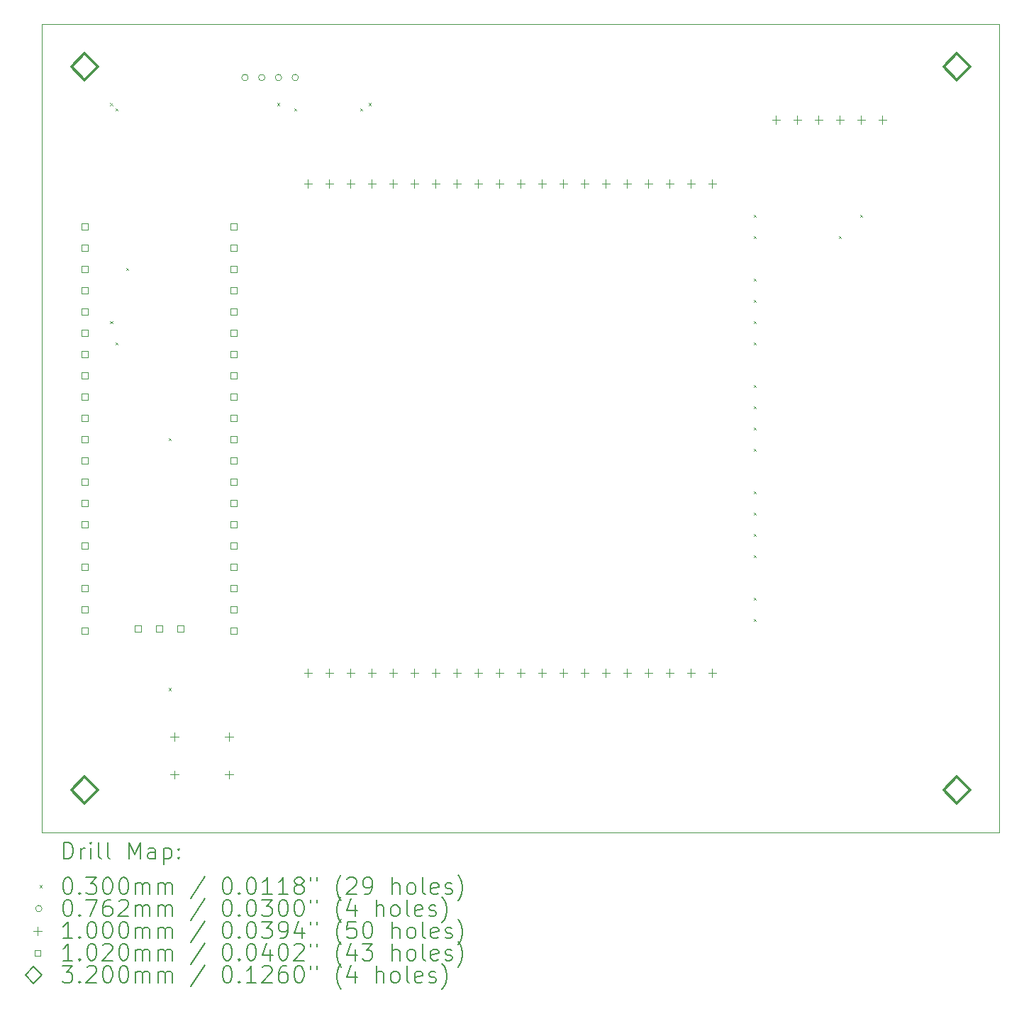
<source format=gbr>
%TF.GenerationSoftware,KiCad,Pcbnew,7.0.11-7.0.11~ubuntu22.04.1*%
%TF.CreationDate,2024-10-29T07:47:58+09:00*%
%TF.ProjectId,Akashi-19,416b6173-6869-42d3-9139-2e6b69636164,rev?*%
%TF.SameCoordinates,Original*%
%TF.FileFunction,Drillmap*%
%TF.FilePolarity,Positive*%
%FSLAX45Y45*%
G04 Gerber Fmt 4.5, Leading zero omitted, Abs format (unit mm)*
G04 Created by KiCad (PCBNEW 7.0.11-7.0.11~ubuntu22.04.1) date 2024-10-29 07:47:58*
%MOMM*%
%LPD*%
G01*
G04 APERTURE LIST*
%ADD10C,0.050000*%
%ADD11C,0.200000*%
%ADD12C,0.100000*%
%ADD13C,0.102000*%
%ADD14C,0.320000*%
G04 APERTURE END LIST*
D10*
X21209000Y-5207000D02*
X9779000Y-5207000D01*
X9779000Y-14859000D02*
X21209000Y-14859000D01*
X9779000Y-5207000D02*
X9779000Y-14859000D01*
X21209000Y-14859000D02*
X21209000Y-5207000D01*
D11*
D12*
X10589500Y-6144500D02*
X10619500Y-6174500D01*
X10619500Y-6144500D02*
X10589500Y-6174500D01*
X10589500Y-8748000D02*
X10619500Y-8778000D01*
X10619500Y-8748000D02*
X10589500Y-8778000D01*
X10653000Y-6208000D02*
X10683000Y-6238000D01*
X10683000Y-6208000D02*
X10653000Y-6238000D01*
X10653000Y-9002000D02*
X10683000Y-9032000D01*
X10683000Y-9002000D02*
X10653000Y-9032000D01*
X10780000Y-8113000D02*
X10810000Y-8143000D01*
X10810000Y-8113000D02*
X10780000Y-8143000D01*
X11288000Y-10145000D02*
X11318000Y-10175000D01*
X11318000Y-10145000D02*
X11288000Y-10175000D01*
X11288000Y-13129500D02*
X11318000Y-13159500D01*
X11318000Y-13129500D02*
X11288000Y-13159500D01*
X12583400Y-6144500D02*
X12613400Y-6174500D01*
X12613400Y-6144500D02*
X12583400Y-6174500D01*
X12785000Y-6208000D02*
X12815000Y-6238000D01*
X12815000Y-6208000D02*
X12785000Y-6238000D01*
X13574000Y-6208000D02*
X13604000Y-6238000D01*
X13604000Y-6208000D02*
X13574000Y-6238000D01*
X13675600Y-6144500D02*
X13705600Y-6174500D01*
X13705600Y-6144500D02*
X13675600Y-6174500D01*
X18273000Y-7478000D02*
X18303000Y-7508000D01*
X18303000Y-7478000D02*
X18273000Y-7508000D01*
X18273000Y-7732000D02*
X18303000Y-7762000D01*
X18303000Y-7732000D02*
X18273000Y-7762000D01*
X18273000Y-8240000D02*
X18303000Y-8270000D01*
X18303000Y-8240000D02*
X18273000Y-8270000D01*
X18273000Y-8494000D02*
X18303000Y-8524000D01*
X18303000Y-8494000D02*
X18273000Y-8524000D01*
X18273000Y-8748000D02*
X18303000Y-8778000D01*
X18303000Y-8748000D02*
X18273000Y-8778000D01*
X18273000Y-9002000D02*
X18303000Y-9032000D01*
X18303000Y-9002000D02*
X18273000Y-9032000D01*
X18273000Y-9510000D02*
X18303000Y-9540000D01*
X18303000Y-9510000D02*
X18273000Y-9540000D01*
X18273000Y-9764000D02*
X18303000Y-9794000D01*
X18303000Y-9764000D02*
X18273000Y-9794000D01*
X18273000Y-10018000D02*
X18303000Y-10048000D01*
X18303000Y-10018000D02*
X18273000Y-10048000D01*
X18273000Y-10272000D02*
X18303000Y-10302000D01*
X18303000Y-10272000D02*
X18273000Y-10302000D01*
X18273000Y-10780000D02*
X18303000Y-10810000D01*
X18303000Y-10780000D02*
X18273000Y-10810000D01*
X18273000Y-11034000D02*
X18303000Y-11064000D01*
X18303000Y-11034000D02*
X18273000Y-11064000D01*
X18273000Y-11288000D02*
X18303000Y-11318000D01*
X18303000Y-11288000D02*
X18273000Y-11318000D01*
X18273000Y-11542000D02*
X18303000Y-11572000D01*
X18303000Y-11542000D02*
X18273000Y-11572000D01*
X18273000Y-12050000D02*
X18303000Y-12080000D01*
X18303000Y-12050000D02*
X18273000Y-12080000D01*
X18273000Y-12304000D02*
X18303000Y-12334000D01*
X18303000Y-12304000D02*
X18273000Y-12334000D01*
X19289000Y-7732000D02*
X19319000Y-7762000D01*
X19319000Y-7732000D02*
X19289000Y-7762000D01*
X19543000Y-7478000D02*
X19573000Y-7508000D01*
X19573000Y-7478000D02*
X19543000Y-7508000D01*
X12238100Y-5842000D02*
G75*
G03*
X12161900Y-5842000I-38100J0D01*
G01*
X12161900Y-5842000D02*
G75*
G03*
X12238100Y-5842000I38100J0D01*
G01*
X12438100Y-5842000D02*
G75*
G03*
X12361900Y-5842000I-38100J0D01*
G01*
X12361900Y-5842000D02*
G75*
G03*
X12438100Y-5842000I38100J0D01*
G01*
X12638100Y-5842000D02*
G75*
G03*
X12561900Y-5842000I-38100J0D01*
G01*
X12561900Y-5842000D02*
G75*
G03*
X12638100Y-5842000I38100J0D01*
G01*
X12838100Y-5842000D02*
G75*
G03*
X12761900Y-5842000I-38100J0D01*
G01*
X12761900Y-5842000D02*
G75*
G03*
X12838100Y-5842000I38100J0D01*
G01*
X11359000Y-13666000D02*
X11359000Y-13766000D01*
X11309000Y-13716000D02*
X11409000Y-13716000D01*
X11359000Y-14116000D02*
X11359000Y-14216000D01*
X11309000Y-14166000D02*
X11409000Y-14166000D01*
X12009000Y-13666000D02*
X12009000Y-13766000D01*
X11959000Y-13716000D02*
X12059000Y-13716000D01*
X12009000Y-14116000D02*
X12009000Y-14216000D01*
X11959000Y-14166000D02*
X12059000Y-14166000D01*
X12954000Y-7062000D02*
X12954000Y-7162000D01*
X12904000Y-7112000D02*
X13004000Y-7112000D01*
X12954000Y-12904000D02*
X12954000Y-13004000D01*
X12904000Y-12954000D02*
X13004000Y-12954000D01*
X13208000Y-7062000D02*
X13208000Y-7162000D01*
X13158000Y-7112000D02*
X13258000Y-7112000D01*
X13208000Y-12904000D02*
X13208000Y-13004000D01*
X13158000Y-12954000D02*
X13258000Y-12954000D01*
X13462000Y-7062000D02*
X13462000Y-7162000D01*
X13412000Y-7112000D02*
X13512000Y-7112000D01*
X13462000Y-12904000D02*
X13462000Y-13004000D01*
X13412000Y-12954000D02*
X13512000Y-12954000D01*
X13716000Y-7062000D02*
X13716000Y-7162000D01*
X13666000Y-7112000D02*
X13766000Y-7112000D01*
X13716000Y-12904000D02*
X13716000Y-13004000D01*
X13666000Y-12954000D02*
X13766000Y-12954000D01*
X13970000Y-7062000D02*
X13970000Y-7162000D01*
X13920000Y-7112000D02*
X14020000Y-7112000D01*
X13970000Y-12904000D02*
X13970000Y-13004000D01*
X13920000Y-12954000D02*
X14020000Y-12954000D01*
X14224000Y-7062000D02*
X14224000Y-7162000D01*
X14174000Y-7112000D02*
X14274000Y-7112000D01*
X14224000Y-12904000D02*
X14224000Y-13004000D01*
X14174000Y-12954000D02*
X14274000Y-12954000D01*
X14478000Y-7062000D02*
X14478000Y-7162000D01*
X14428000Y-7112000D02*
X14528000Y-7112000D01*
X14478000Y-12904000D02*
X14478000Y-13004000D01*
X14428000Y-12954000D02*
X14528000Y-12954000D01*
X14732000Y-7062000D02*
X14732000Y-7162000D01*
X14682000Y-7112000D02*
X14782000Y-7112000D01*
X14732000Y-12904000D02*
X14732000Y-13004000D01*
X14682000Y-12954000D02*
X14782000Y-12954000D01*
X14986000Y-7062000D02*
X14986000Y-7162000D01*
X14936000Y-7112000D02*
X15036000Y-7112000D01*
X14986000Y-12904000D02*
X14986000Y-13004000D01*
X14936000Y-12954000D02*
X15036000Y-12954000D01*
X15240000Y-7062000D02*
X15240000Y-7162000D01*
X15190000Y-7112000D02*
X15290000Y-7112000D01*
X15240000Y-12904000D02*
X15240000Y-13004000D01*
X15190000Y-12954000D02*
X15290000Y-12954000D01*
X15494000Y-7062000D02*
X15494000Y-7162000D01*
X15444000Y-7112000D02*
X15544000Y-7112000D01*
X15494000Y-12904000D02*
X15494000Y-13004000D01*
X15444000Y-12954000D02*
X15544000Y-12954000D01*
X15748000Y-7062000D02*
X15748000Y-7162000D01*
X15698000Y-7112000D02*
X15798000Y-7112000D01*
X15748000Y-12904000D02*
X15748000Y-13004000D01*
X15698000Y-12954000D02*
X15798000Y-12954000D01*
X16002000Y-7062000D02*
X16002000Y-7162000D01*
X15952000Y-7112000D02*
X16052000Y-7112000D01*
X16002000Y-12904000D02*
X16002000Y-13004000D01*
X15952000Y-12954000D02*
X16052000Y-12954000D01*
X16256000Y-7062000D02*
X16256000Y-7162000D01*
X16206000Y-7112000D02*
X16306000Y-7112000D01*
X16256000Y-12904000D02*
X16256000Y-13004000D01*
X16206000Y-12954000D02*
X16306000Y-12954000D01*
X16510000Y-7062000D02*
X16510000Y-7162000D01*
X16460000Y-7112000D02*
X16560000Y-7112000D01*
X16510000Y-12904000D02*
X16510000Y-13004000D01*
X16460000Y-12954000D02*
X16560000Y-12954000D01*
X16764000Y-7062000D02*
X16764000Y-7162000D01*
X16714000Y-7112000D02*
X16814000Y-7112000D01*
X16764000Y-12904000D02*
X16764000Y-13004000D01*
X16714000Y-12954000D02*
X16814000Y-12954000D01*
X17018000Y-7062000D02*
X17018000Y-7162000D01*
X16968000Y-7112000D02*
X17068000Y-7112000D01*
X17018000Y-12904000D02*
X17018000Y-13004000D01*
X16968000Y-12954000D02*
X17068000Y-12954000D01*
X17272000Y-7062000D02*
X17272000Y-7162000D01*
X17222000Y-7112000D02*
X17322000Y-7112000D01*
X17272000Y-12904000D02*
X17272000Y-13004000D01*
X17222000Y-12954000D02*
X17322000Y-12954000D01*
X17526000Y-7062000D02*
X17526000Y-7162000D01*
X17476000Y-7112000D02*
X17576000Y-7112000D01*
X17526000Y-12904000D02*
X17526000Y-13004000D01*
X17476000Y-12954000D02*
X17576000Y-12954000D01*
X17780000Y-7062000D02*
X17780000Y-7162000D01*
X17730000Y-7112000D02*
X17830000Y-7112000D01*
X17780000Y-12904000D02*
X17780000Y-13004000D01*
X17730000Y-12954000D02*
X17830000Y-12954000D01*
X18542000Y-6300000D02*
X18542000Y-6400000D01*
X18492000Y-6350000D02*
X18592000Y-6350000D01*
X18796000Y-6300000D02*
X18796000Y-6400000D01*
X18746000Y-6350000D02*
X18846000Y-6350000D01*
X19050000Y-6300000D02*
X19050000Y-6400000D01*
X19000000Y-6350000D02*
X19100000Y-6350000D01*
X19304000Y-6300000D02*
X19304000Y-6400000D01*
X19254000Y-6350000D02*
X19354000Y-6350000D01*
X19558000Y-6300000D02*
X19558000Y-6400000D01*
X19508000Y-6350000D02*
X19608000Y-6350000D01*
X19812000Y-6300000D02*
X19812000Y-6400000D01*
X19762000Y-6350000D02*
X19862000Y-6350000D01*
D13*
X10323063Y-7656063D02*
X10323063Y-7583937D01*
X10250937Y-7583937D01*
X10250937Y-7656063D01*
X10323063Y-7656063D01*
X10323063Y-7910063D02*
X10323063Y-7837937D01*
X10250937Y-7837937D01*
X10250937Y-7910063D01*
X10323063Y-7910063D01*
X10323063Y-8164063D02*
X10323063Y-8091937D01*
X10250937Y-8091937D01*
X10250937Y-8164063D01*
X10323063Y-8164063D01*
X10323063Y-8418063D02*
X10323063Y-8345937D01*
X10250937Y-8345937D01*
X10250937Y-8418063D01*
X10323063Y-8418063D01*
X10323063Y-8672063D02*
X10323063Y-8599937D01*
X10250937Y-8599937D01*
X10250937Y-8672063D01*
X10323063Y-8672063D01*
X10323063Y-8926063D02*
X10323063Y-8853937D01*
X10250937Y-8853937D01*
X10250937Y-8926063D01*
X10323063Y-8926063D01*
X10323063Y-9180063D02*
X10323063Y-9107937D01*
X10250937Y-9107937D01*
X10250937Y-9180063D01*
X10323063Y-9180063D01*
X10323063Y-9434063D02*
X10323063Y-9361937D01*
X10250937Y-9361937D01*
X10250937Y-9434063D01*
X10323063Y-9434063D01*
X10323063Y-9688063D02*
X10323063Y-9615937D01*
X10250937Y-9615937D01*
X10250937Y-9688063D01*
X10323063Y-9688063D01*
X10323063Y-9942063D02*
X10323063Y-9869937D01*
X10250937Y-9869937D01*
X10250937Y-9942063D01*
X10323063Y-9942063D01*
X10323063Y-10196063D02*
X10323063Y-10123937D01*
X10250937Y-10123937D01*
X10250937Y-10196063D01*
X10323063Y-10196063D01*
X10323063Y-10450063D02*
X10323063Y-10377937D01*
X10250937Y-10377937D01*
X10250937Y-10450063D01*
X10323063Y-10450063D01*
X10323063Y-10704063D02*
X10323063Y-10631937D01*
X10250937Y-10631937D01*
X10250937Y-10704063D01*
X10323063Y-10704063D01*
X10323063Y-10958063D02*
X10323063Y-10885937D01*
X10250937Y-10885937D01*
X10250937Y-10958063D01*
X10323063Y-10958063D01*
X10323063Y-11212063D02*
X10323063Y-11139937D01*
X10250937Y-11139937D01*
X10250937Y-11212063D01*
X10323063Y-11212063D01*
X10323063Y-11466063D02*
X10323063Y-11393937D01*
X10250937Y-11393937D01*
X10250937Y-11466063D01*
X10323063Y-11466063D01*
X10323063Y-11720063D02*
X10323063Y-11647937D01*
X10250937Y-11647937D01*
X10250937Y-11720063D01*
X10323063Y-11720063D01*
X10323063Y-11974063D02*
X10323063Y-11901937D01*
X10250937Y-11901937D01*
X10250937Y-11974063D01*
X10323063Y-11974063D01*
X10323063Y-12228063D02*
X10323063Y-12155937D01*
X10250937Y-12155937D01*
X10250937Y-12228063D01*
X10323063Y-12228063D01*
X10323063Y-12482063D02*
X10323063Y-12409937D01*
X10250937Y-12409937D01*
X10250937Y-12482063D01*
X10323063Y-12482063D01*
X10958063Y-12459063D02*
X10958063Y-12386937D01*
X10885937Y-12386937D01*
X10885937Y-12459063D01*
X10958063Y-12459063D01*
X11212063Y-12459063D02*
X11212063Y-12386937D01*
X11139937Y-12386937D01*
X11139937Y-12459063D01*
X11212063Y-12459063D01*
X11466063Y-12459063D02*
X11466063Y-12386937D01*
X11393937Y-12386937D01*
X11393937Y-12459063D01*
X11466063Y-12459063D01*
X12101063Y-7656063D02*
X12101063Y-7583937D01*
X12028937Y-7583937D01*
X12028937Y-7656063D01*
X12101063Y-7656063D01*
X12101063Y-7910063D02*
X12101063Y-7837937D01*
X12028937Y-7837937D01*
X12028937Y-7910063D01*
X12101063Y-7910063D01*
X12101063Y-8164063D02*
X12101063Y-8091937D01*
X12028937Y-8091937D01*
X12028937Y-8164063D01*
X12101063Y-8164063D01*
X12101063Y-8418063D02*
X12101063Y-8345937D01*
X12028937Y-8345937D01*
X12028937Y-8418063D01*
X12101063Y-8418063D01*
X12101063Y-8672063D02*
X12101063Y-8599937D01*
X12028937Y-8599937D01*
X12028937Y-8672063D01*
X12101063Y-8672063D01*
X12101063Y-8926063D02*
X12101063Y-8853937D01*
X12028937Y-8853937D01*
X12028937Y-8926063D01*
X12101063Y-8926063D01*
X12101063Y-9180063D02*
X12101063Y-9107937D01*
X12028937Y-9107937D01*
X12028937Y-9180063D01*
X12101063Y-9180063D01*
X12101063Y-9434063D02*
X12101063Y-9361937D01*
X12028937Y-9361937D01*
X12028937Y-9434063D01*
X12101063Y-9434063D01*
X12101063Y-9688063D02*
X12101063Y-9615937D01*
X12028937Y-9615937D01*
X12028937Y-9688063D01*
X12101063Y-9688063D01*
X12101063Y-9942063D02*
X12101063Y-9869937D01*
X12028937Y-9869937D01*
X12028937Y-9942063D01*
X12101063Y-9942063D01*
X12101063Y-10196063D02*
X12101063Y-10123937D01*
X12028937Y-10123937D01*
X12028937Y-10196063D01*
X12101063Y-10196063D01*
X12101063Y-10450063D02*
X12101063Y-10377937D01*
X12028937Y-10377937D01*
X12028937Y-10450063D01*
X12101063Y-10450063D01*
X12101063Y-10704063D02*
X12101063Y-10631937D01*
X12028937Y-10631937D01*
X12028937Y-10704063D01*
X12101063Y-10704063D01*
X12101063Y-10958063D02*
X12101063Y-10885937D01*
X12028937Y-10885937D01*
X12028937Y-10958063D01*
X12101063Y-10958063D01*
X12101063Y-11212063D02*
X12101063Y-11139937D01*
X12028937Y-11139937D01*
X12028937Y-11212063D01*
X12101063Y-11212063D01*
X12101063Y-11466063D02*
X12101063Y-11393937D01*
X12028937Y-11393937D01*
X12028937Y-11466063D01*
X12101063Y-11466063D01*
X12101063Y-11720063D02*
X12101063Y-11647937D01*
X12028937Y-11647937D01*
X12028937Y-11720063D01*
X12101063Y-11720063D01*
X12101063Y-11974063D02*
X12101063Y-11901937D01*
X12028937Y-11901937D01*
X12028937Y-11974063D01*
X12101063Y-11974063D01*
X12101063Y-12228063D02*
X12101063Y-12155937D01*
X12028937Y-12155937D01*
X12028937Y-12228063D01*
X12101063Y-12228063D01*
X12101063Y-12482063D02*
X12101063Y-12409937D01*
X12028937Y-12409937D01*
X12028937Y-12482063D01*
X12101063Y-12482063D01*
D14*
X10287000Y-5875000D02*
X10447000Y-5715000D01*
X10287000Y-5555000D01*
X10127000Y-5715000D01*
X10287000Y-5875000D01*
X10287000Y-14511000D02*
X10447000Y-14351000D01*
X10287000Y-14191000D01*
X10127000Y-14351000D01*
X10287000Y-14511000D01*
X20701000Y-5875000D02*
X20861000Y-5715000D01*
X20701000Y-5555000D01*
X20541000Y-5715000D01*
X20701000Y-5875000D01*
X20701000Y-14511000D02*
X20861000Y-14351000D01*
X20701000Y-14191000D01*
X20541000Y-14351000D01*
X20701000Y-14511000D01*
D11*
X10037277Y-15172984D02*
X10037277Y-14972984D01*
X10037277Y-14972984D02*
X10084896Y-14972984D01*
X10084896Y-14972984D02*
X10113467Y-14982508D01*
X10113467Y-14982508D02*
X10132515Y-15001555D01*
X10132515Y-15001555D02*
X10142039Y-15020603D01*
X10142039Y-15020603D02*
X10151563Y-15058698D01*
X10151563Y-15058698D02*
X10151563Y-15087269D01*
X10151563Y-15087269D02*
X10142039Y-15125365D01*
X10142039Y-15125365D02*
X10132515Y-15144412D01*
X10132515Y-15144412D02*
X10113467Y-15163460D01*
X10113467Y-15163460D02*
X10084896Y-15172984D01*
X10084896Y-15172984D02*
X10037277Y-15172984D01*
X10237277Y-15172984D02*
X10237277Y-15039650D01*
X10237277Y-15077746D02*
X10246801Y-15058698D01*
X10246801Y-15058698D02*
X10256324Y-15049174D01*
X10256324Y-15049174D02*
X10275372Y-15039650D01*
X10275372Y-15039650D02*
X10294420Y-15039650D01*
X10361086Y-15172984D02*
X10361086Y-15039650D01*
X10361086Y-14972984D02*
X10351563Y-14982508D01*
X10351563Y-14982508D02*
X10361086Y-14992031D01*
X10361086Y-14992031D02*
X10370610Y-14982508D01*
X10370610Y-14982508D02*
X10361086Y-14972984D01*
X10361086Y-14972984D02*
X10361086Y-14992031D01*
X10484896Y-15172984D02*
X10465848Y-15163460D01*
X10465848Y-15163460D02*
X10456324Y-15144412D01*
X10456324Y-15144412D02*
X10456324Y-14972984D01*
X10589658Y-15172984D02*
X10570610Y-15163460D01*
X10570610Y-15163460D02*
X10561086Y-15144412D01*
X10561086Y-15144412D02*
X10561086Y-14972984D01*
X10818229Y-15172984D02*
X10818229Y-14972984D01*
X10818229Y-14972984D02*
X10884896Y-15115841D01*
X10884896Y-15115841D02*
X10951563Y-14972984D01*
X10951563Y-14972984D02*
X10951563Y-15172984D01*
X11132515Y-15172984D02*
X11132515Y-15068222D01*
X11132515Y-15068222D02*
X11122991Y-15049174D01*
X11122991Y-15049174D02*
X11103944Y-15039650D01*
X11103944Y-15039650D02*
X11065848Y-15039650D01*
X11065848Y-15039650D02*
X11046801Y-15049174D01*
X11132515Y-15163460D02*
X11113467Y-15172984D01*
X11113467Y-15172984D02*
X11065848Y-15172984D01*
X11065848Y-15172984D02*
X11046801Y-15163460D01*
X11046801Y-15163460D02*
X11037277Y-15144412D01*
X11037277Y-15144412D02*
X11037277Y-15125365D01*
X11037277Y-15125365D02*
X11046801Y-15106317D01*
X11046801Y-15106317D02*
X11065848Y-15096793D01*
X11065848Y-15096793D02*
X11113467Y-15096793D01*
X11113467Y-15096793D02*
X11132515Y-15087269D01*
X11227753Y-15039650D02*
X11227753Y-15239650D01*
X11227753Y-15049174D02*
X11246801Y-15039650D01*
X11246801Y-15039650D02*
X11284896Y-15039650D01*
X11284896Y-15039650D02*
X11303943Y-15049174D01*
X11303943Y-15049174D02*
X11313467Y-15058698D01*
X11313467Y-15058698D02*
X11322991Y-15077746D01*
X11322991Y-15077746D02*
X11322991Y-15134888D01*
X11322991Y-15134888D02*
X11313467Y-15153936D01*
X11313467Y-15153936D02*
X11303943Y-15163460D01*
X11303943Y-15163460D02*
X11284896Y-15172984D01*
X11284896Y-15172984D02*
X11246801Y-15172984D01*
X11246801Y-15172984D02*
X11227753Y-15163460D01*
X11408705Y-15153936D02*
X11418229Y-15163460D01*
X11418229Y-15163460D02*
X11408705Y-15172984D01*
X11408705Y-15172984D02*
X11399182Y-15163460D01*
X11399182Y-15163460D02*
X11408705Y-15153936D01*
X11408705Y-15153936D02*
X11408705Y-15172984D01*
X11408705Y-15049174D02*
X11418229Y-15058698D01*
X11418229Y-15058698D02*
X11408705Y-15068222D01*
X11408705Y-15068222D02*
X11399182Y-15058698D01*
X11399182Y-15058698D02*
X11408705Y-15049174D01*
X11408705Y-15049174D02*
X11408705Y-15068222D01*
D12*
X9746500Y-15486500D02*
X9776500Y-15516500D01*
X9776500Y-15486500D02*
X9746500Y-15516500D01*
D11*
X10075372Y-15392984D02*
X10094420Y-15392984D01*
X10094420Y-15392984D02*
X10113467Y-15402508D01*
X10113467Y-15402508D02*
X10122991Y-15412031D01*
X10122991Y-15412031D02*
X10132515Y-15431079D01*
X10132515Y-15431079D02*
X10142039Y-15469174D01*
X10142039Y-15469174D02*
X10142039Y-15516793D01*
X10142039Y-15516793D02*
X10132515Y-15554888D01*
X10132515Y-15554888D02*
X10122991Y-15573936D01*
X10122991Y-15573936D02*
X10113467Y-15583460D01*
X10113467Y-15583460D02*
X10094420Y-15592984D01*
X10094420Y-15592984D02*
X10075372Y-15592984D01*
X10075372Y-15592984D02*
X10056324Y-15583460D01*
X10056324Y-15583460D02*
X10046801Y-15573936D01*
X10046801Y-15573936D02*
X10037277Y-15554888D01*
X10037277Y-15554888D02*
X10027753Y-15516793D01*
X10027753Y-15516793D02*
X10027753Y-15469174D01*
X10027753Y-15469174D02*
X10037277Y-15431079D01*
X10037277Y-15431079D02*
X10046801Y-15412031D01*
X10046801Y-15412031D02*
X10056324Y-15402508D01*
X10056324Y-15402508D02*
X10075372Y-15392984D01*
X10227753Y-15573936D02*
X10237277Y-15583460D01*
X10237277Y-15583460D02*
X10227753Y-15592984D01*
X10227753Y-15592984D02*
X10218229Y-15583460D01*
X10218229Y-15583460D02*
X10227753Y-15573936D01*
X10227753Y-15573936D02*
X10227753Y-15592984D01*
X10303944Y-15392984D02*
X10427753Y-15392984D01*
X10427753Y-15392984D02*
X10361086Y-15469174D01*
X10361086Y-15469174D02*
X10389658Y-15469174D01*
X10389658Y-15469174D02*
X10408705Y-15478698D01*
X10408705Y-15478698D02*
X10418229Y-15488222D01*
X10418229Y-15488222D02*
X10427753Y-15507269D01*
X10427753Y-15507269D02*
X10427753Y-15554888D01*
X10427753Y-15554888D02*
X10418229Y-15573936D01*
X10418229Y-15573936D02*
X10408705Y-15583460D01*
X10408705Y-15583460D02*
X10389658Y-15592984D01*
X10389658Y-15592984D02*
X10332515Y-15592984D01*
X10332515Y-15592984D02*
X10313467Y-15583460D01*
X10313467Y-15583460D02*
X10303944Y-15573936D01*
X10551563Y-15392984D02*
X10570610Y-15392984D01*
X10570610Y-15392984D02*
X10589658Y-15402508D01*
X10589658Y-15402508D02*
X10599182Y-15412031D01*
X10599182Y-15412031D02*
X10608705Y-15431079D01*
X10608705Y-15431079D02*
X10618229Y-15469174D01*
X10618229Y-15469174D02*
X10618229Y-15516793D01*
X10618229Y-15516793D02*
X10608705Y-15554888D01*
X10608705Y-15554888D02*
X10599182Y-15573936D01*
X10599182Y-15573936D02*
X10589658Y-15583460D01*
X10589658Y-15583460D02*
X10570610Y-15592984D01*
X10570610Y-15592984D02*
X10551563Y-15592984D01*
X10551563Y-15592984D02*
X10532515Y-15583460D01*
X10532515Y-15583460D02*
X10522991Y-15573936D01*
X10522991Y-15573936D02*
X10513467Y-15554888D01*
X10513467Y-15554888D02*
X10503944Y-15516793D01*
X10503944Y-15516793D02*
X10503944Y-15469174D01*
X10503944Y-15469174D02*
X10513467Y-15431079D01*
X10513467Y-15431079D02*
X10522991Y-15412031D01*
X10522991Y-15412031D02*
X10532515Y-15402508D01*
X10532515Y-15402508D02*
X10551563Y-15392984D01*
X10742039Y-15392984D02*
X10761086Y-15392984D01*
X10761086Y-15392984D02*
X10780134Y-15402508D01*
X10780134Y-15402508D02*
X10789658Y-15412031D01*
X10789658Y-15412031D02*
X10799182Y-15431079D01*
X10799182Y-15431079D02*
X10808705Y-15469174D01*
X10808705Y-15469174D02*
X10808705Y-15516793D01*
X10808705Y-15516793D02*
X10799182Y-15554888D01*
X10799182Y-15554888D02*
X10789658Y-15573936D01*
X10789658Y-15573936D02*
X10780134Y-15583460D01*
X10780134Y-15583460D02*
X10761086Y-15592984D01*
X10761086Y-15592984D02*
X10742039Y-15592984D01*
X10742039Y-15592984D02*
X10722991Y-15583460D01*
X10722991Y-15583460D02*
X10713467Y-15573936D01*
X10713467Y-15573936D02*
X10703944Y-15554888D01*
X10703944Y-15554888D02*
X10694420Y-15516793D01*
X10694420Y-15516793D02*
X10694420Y-15469174D01*
X10694420Y-15469174D02*
X10703944Y-15431079D01*
X10703944Y-15431079D02*
X10713467Y-15412031D01*
X10713467Y-15412031D02*
X10722991Y-15402508D01*
X10722991Y-15402508D02*
X10742039Y-15392984D01*
X10894420Y-15592984D02*
X10894420Y-15459650D01*
X10894420Y-15478698D02*
X10903944Y-15469174D01*
X10903944Y-15469174D02*
X10922991Y-15459650D01*
X10922991Y-15459650D02*
X10951563Y-15459650D01*
X10951563Y-15459650D02*
X10970610Y-15469174D01*
X10970610Y-15469174D02*
X10980134Y-15488222D01*
X10980134Y-15488222D02*
X10980134Y-15592984D01*
X10980134Y-15488222D02*
X10989658Y-15469174D01*
X10989658Y-15469174D02*
X11008705Y-15459650D01*
X11008705Y-15459650D02*
X11037277Y-15459650D01*
X11037277Y-15459650D02*
X11056325Y-15469174D01*
X11056325Y-15469174D02*
X11065848Y-15488222D01*
X11065848Y-15488222D02*
X11065848Y-15592984D01*
X11161086Y-15592984D02*
X11161086Y-15459650D01*
X11161086Y-15478698D02*
X11170610Y-15469174D01*
X11170610Y-15469174D02*
X11189658Y-15459650D01*
X11189658Y-15459650D02*
X11218229Y-15459650D01*
X11218229Y-15459650D02*
X11237277Y-15469174D01*
X11237277Y-15469174D02*
X11246801Y-15488222D01*
X11246801Y-15488222D02*
X11246801Y-15592984D01*
X11246801Y-15488222D02*
X11256324Y-15469174D01*
X11256324Y-15469174D02*
X11275372Y-15459650D01*
X11275372Y-15459650D02*
X11303943Y-15459650D01*
X11303943Y-15459650D02*
X11322991Y-15469174D01*
X11322991Y-15469174D02*
X11332515Y-15488222D01*
X11332515Y-15488222D02*
X11332515Y-15592984D01*
X11722991Y-15383460D02*
X11551563Y-15640603D01*
X11980134Y-15392984D02*
X11999182Y-15392984D01*
X11999182Y-15392984D02*
X12018229Y-15402508D01*
X12018229Y-15402508D02*
X12027753Y-15412031D01*
X12027753Y-15412031D02*
X12037277Y-15431079D01*
X12037277Y-15431079D02*
X12046801Y-15469174D01*
X12046801Y-15469174D02*
X12046801Y-15516793D01*
X12046801Y-15516793D02*
X12037277Y-15554888D01*
X12037277Y-15554888D02*
X12027753Y-15573936D01*
X12027753Y-15573936D02*
X12018229Y-15583460D01*
X12018229Y-15583460D02*
X11999182Y-15592984D01*
X11999182Y-15592984D02*
X11980134Y-15592984D01*
X11980134Y-15592984D02*
X11961086Y-15583460D01*
X11961086Y-15583460D02*
X11951563Y-15573936D01*
X11951563Y-15573936D02*
X11942039Y-15554888D01*
X11942039Y-15554888D02*
X11932515Y-15516793D01*
X11932515Y-15516793D02*
X11932515Y-15469174D01*
X11932515Y-15469174D02*
X11942039Y-15431079D01*
X11942039Y-15431079D02*
X11951563Y-15412031D01*
X11951563Y-15412031D02*
X11961086Y-15402508D01*
X11961086Y-15402508D02*
X11980134Y-15392984D01*
X12132515Y-15573936D02*
X12142039Y-15583460D01*
X12142039Y-15583460D02*
X12132515Y-15592984D01*
X12132515Y-15592984D02*
X12122991Y-15583460D01*
X12122991Y-15583460D02*
X12132515Y-15573936D01*
X12132515Y-15573936D02*
X12132515Y-15592984D01*
X12265848Y-15392984D02*
X12284896Y-15392984D01*
X12284896Y-15392984D02*
X12303944Y-15402508D01*
X12303944Y-15402508D02*
X12313467Y-15412031D01*
X12313467Y-15412031D02*
X12322991Y-15431079D01*
X12322991Y-15431079D02*
X12332515Y-15469174D01*
X12332515Y-15469174D02*
X12332515Y-15516793D01*
X12332515Y-15516793D02*
X12322991Y-15554888D01*
X12322991Y-15554888D02*
X12313467Y-15573936D01*
X12313467Y-15573936D02*
X12303944Y-15583460D01*
X12303944Y-15583460D02*
X12284896Y-15592984D01*
X12284896Y-15592984D02*
X12265848Y-15592984D01*
X12265848Y-15592984D02*
X12246801Y-15583460D01*
X12246801Y-15583460D02*
X12237277Y-15573936D01*
X12237277Y-15573936D02*
X12227753Y-15554888D01*
X12227753Y-15554888D02*
X12218229Y-15516793D01*
X12218229Y-15516793D02*
X12218229Y-15469174D01*
X12218229Y-15469174D02*
X12227753Y-15431079D01*
X12227753Y-15431079D02*
X12237277Y-15412031D01*
X12237277Y-15412031D02*
X12246801Y-15402508D01*
X12246801Y-15402508D02*
X12265848Y-15392984D01*
X12522991Y-15592984D02*
X12408706Y-15592984D01*
X12465848Y-15592984D02*
X12465848Y-15392984D01*
X12465848Y-15392984D02*
X12446801Y-15421555D01*
X12446801Y-15421555D02*
X12427753Y-15440603D01*
X12427753Y-15440603D02*
X12408706Y-15450127D01*
X12713467Y-15592984D02*
X12599182Y-15592984D01*
X12656325Y-15592984D02*
X12656325Y-15392984D01*
X12656325Y-15392984D02*
X12637277Y-15421555D01*
X12637277Y-15421555D02*
X12618229Y-15440603D01*
X12618229Y-15440603D02*
X12599182Y-15450127D01*
X12827753Y-15478698D02*
X12808706Y-15469174D01*
X12808706Y-15469174D02*
X12799182Y-15459650D01*
X12799182Y-15459650D02*
X12789658Y-15440603D01*
X12789658Y-15440603D02*
X12789658Y-15431079D01*
X12789658Y-15431079D02*
X12799182Y-15412031D01*
X12799182Y-15412031D02*
X12808706Y-15402508D01*
X12808706Y-15402508D02*
X12827753Y-15392984D01*
X12827753Y-15392984D02*
X12865848Y-15392984D01*
X12865848Y-15392984D02*
X12884896Y-15402508D01*
X12884896Y-15402508D02*
X12894420Y-15412031D01*
X12894420Y-15412031D02*
X12903944Y-15431079D01*
X12903944Y-15431079D02*
X12903944Y-15440603D01*
X12903944Y-15440603D02*
X12894420Y-15459650D01*
X12894420Y-15459650D02*
X12884896Y-15469174D01*
X12884896Y-15469174D02*
X12865848Y-15478698D01*
X12865848Y-15478698D02*
X12827753Y-15478698D01*
X12827753Y-15478698D02*
X12808706Y-15488222D01*
X12808706Y-15488222D02*
X12799182Y-15497746D01*
X12799182Y-15497746D02*
X12789658Y-15516793D01*
X12789658Y-15516793D02*
X12789658Y-15554888D01*
X12789658Y-15554888D02*
X12799182Y-15573936D01*
X12799182Y-15573936D02*
X12808706Y-15583460D01*
X12808706Y-15583460D02*
X12827753Y-15592984D01*
X12827753Y-15592984D02*
X12865848Y-15592984D01*
X12865848Y-15592984D02*
X12884896Y-15583460D01*
X12884896Y-15583460D02*
X12894420Y-15573936D01*
X12894420Y-15573936D02*
X12903944Y-15554888D01*
X12903944Y-15554888D02*
X12903944Y-15516793D01*
X12903944Y-15516793D02*
X12894420Y-15497746D01*
X12894420Y-15497746D02*
X12884896Y-15488222D01*
X12884896Y-15488222D02*
X12865848Y-15478698D01*
X12980134Y-15392984D02*
X12980134Y-15431079D01*
X13056325Y-15392984D02*
X13056325Y-15431079D01*
X13351563Y-15669174D02*
X13342039Y-15659650D01*
X13342039Y-15659650D02*
X13322991Y-15631079D01*
X13322991Y-15631079D02*
X13313468Y-15612031D01*
X13313468Y-15612031D02*
X13303944Y-15583460D01*
X13303944Y-15583460D02*
X13294420Y-15535841D01*
X13294420Y-15535841D02*
X13294420Y-15497746D01*
X13294420Y-15497746D02*
X13303944Y-15450127D01*
X13303944Y-15450127D02*
X13313468Y-15421555D01*
X13313468Y-15421555D02*
X13322991Y-15402508D01*
X13322991Y-15402508D02*
X13342039Y-15373936D01*
X13342039Y-15373936D02*
X13351563Y-15364412D01*
X13418229Y-15412031D02*
X13427753Y-15402508D01*
X13427753Y-15402508D02*
X13446801Y-15392984D01*
X13446801Y-15392984D02*
X13494420Y-15392984D01*
X13494420Y-15392984D02*
X13513468Y-15402508D01*
X13513468Y-15402508D02*
X13522991Y-15412031D01*
X13522991Y-15412031D02*
X13532515Y-15431079D01*
X13532515Y-15431079D02*
X13532515Y-15450127D01*
X13532515Y-15450127D02*
X13522991Y-15478698D01*
X13522991Y-15478698D02*
X13408706Y-15592984D01*
X13408706Y-15592984D02*
X13532515Y-15592984D01*
X13627753Y-15592984D02*
X13665848Y-15592984D01*
X13665848Y-15592984D02*
X13684896Y-15583460D01*
X13684896Y-15583460D02*
X13694420Y-15573936D01*
X13694420Y-15573936D02*
X13713468Y-15545365D01*
X13713468Y-15545365D02*
X13722991Y-15507269D01*
X13722991Y-15507269D02*
X13722991Y-15431079D01*
X13722991Y-15431079D02*
X13713468Y-15412031D01*
X13713468Y-15412031D02*
X13703944Y-15402508D01*
X13703944Y-15402508D02*
X13684896Y-15392984D01*
X13684896Y-15392984D02*
X13646801Y-15392984D01*
X13646801Y-15392984D02*
X13627753Y-15402508D01*
X13627753Y-15402508D02*
X13618229Y-15412031D01*
X13618229Y-15412031D02*
X13608706Y-15431079D01*
X13608706Y-15431079D02*
X13608706Y-15478698D01*
X13608706Y-15478698D02*
X13618229Y-15497746D01*
X13618229Y-15497746D02*
X13627753Y-15507269D01*
X13627753Y-15507269D02*
X13646801Y-15516793D01*
X13646801Y-15516793D02*
X13684896Y-15516793D01*
X13684896Y-15516793D02*
X13703944Y-15507269D01*
X13703944Y-15507269D02*
X13713468Y-15497746D01*
X13713468Y-15497746D02*
X13722991Y-15478698D01*
X13961087Y-15592984D02*
X13961087Y-15392984D01*
X14046801Y-15592984D02*
X14046801Y-15488222D01*
X14046801Y-15488222D02*
X14037277Y-15469174D01*
X14037277Y-15469174D02*
X14018230Y-15459650D01*
X14018230Y-15459650D02*
X13989658Y-15459650D01*
X13989658Y-15459650D02*
X13970610Y-15469174D01*
X13970610Y-15469174D02*
X13961087Y-15478698D01*
X14170610Y-15592984D02*
X14151563Y-15583460D01*
X14151563Y-15583460D02*
X14142039Y-15573936D01*
X14142039Y-15573936D02*
X14132515Y-15554888D01*
X14132515Y-15554888D02*
X14132515Y-15497746D01*
X14132515Y-15497746D02*
X14142039Y-15478698D01*
X14142039Y-15478698D02*
X14151563Y-15469174D01*
X14151563Y-15469174D02*
X14170610Y-15459650D01*
X14170610Y-15459650D02*
X14199182Y-15459650D01*
X14199182Y-15459650D02*
X14218230Y-15469174D01*
X14218230Y-15469174D02*
X14227753Y-15478698D01*
X14227753Y-15478698D02*
X14237277Y-15497746D01*
X14237277Y-15497746D02*
X14237277Y-15554888D01*
X14237277Y-15554888D02*
X14227753Y-15573936D01*
X14227753Y-15573936D02*
X14218230Y-15583460D01*
X14218230Y-15583460D02*
X14199182Y-15592984D01*
X14199182Y-15592984D02*
X14170610Y-15592984D01*
X14351563Y-15592984D02*
X14332515Y-15583460D01*
X14332515Y-15583460D02*
X14322991Y-15564412D01*
X14322991Y-15564412D02*
X14322991Y-15392984D01*
X14503944Y-15583460D02*
X14484896Y-15592984D01*
X14484896Y-15592984D02*
X14446801Y-15592984D01*
X14446801Y-15592984D02*
X14427753Y-15583460D01*
X14427753Y-15583460D02*
X14418230Y-15564412D01*
X14418230Y-15564412D02*
X14418230Y-15488222D01*
X14418230Y-15488222D02*
X14427753Y-15469174D01*
X14427753Y-15469174D02*
X14446801Y-15459650D01*
X14446801Y-15459650D02*
X14484896Y-15459650D01*
X14484896Y-15459650D02*
X14503944Y-15469174D01*
X14503944Y-15469174D02*
X14513468Y-15488222D01*
X14513468Y-15488222D02*
X14513468Y-15507269D01*
X14513468Y-15507269D02*
X14418230Y-15526317D01*
X14589658Y-15583460D02*
X14608706Y-15592984D01*
X14608706Y-15592984D02*
X14646801Y-15592984D01*
X14646801Y-15592984D02*
X14665849Y-15583460D01*
X14665849Y-15583460D02*
X14675372Y-15564412D01*
X14675372Y-15564412D02*
X14675372Y-15554888D01*
X14675372Y-15554888D02*
X14665849Y-15535841D01*
X14665849Y-15535841D02*
X14646801Y-15526317D01*
X14646801Y-15526317D02*
X14618230Y-15526317D01*
X14618230Y-15526317D02*
X14599182Y-15516793D01*
X14599182Y-15516793D02*
X14589658Y-15497746D01*
X14589658Y-15497746D02*
X14589658Y-15488222D01*
X14589658Y-15488222D02*
X14599182Y-15469174D01*
X14599182Y-15469174D02*
X14618230Y-15459650D01*
X14618230Y-15459650D02*
X14646801Y-15459650D01*
X14646801Y-15459650D02*
X14665849Y-15469174D01*
X14742039Y-15669174D02*
X14751563Y-15659650D01*
X14751563Y-15659650D02*
X14770611Y-15631079D01*
X14770611Y-15631079D02*
X14780134Y-15612031D01*
X14780134Y-15612031D02*
X14789658Y-15583460D01*
X14789658Y-15583460D02*
X14799182Y-15535841D01*
X14799182Y-15535841D02*
X14799182Y-15497746D01*
X14799182Y-15497746D02*
X14789658Y-15450127D01*
X14789658Y-15450127D02*
X14780134Y-15421555D01*
X14780134Y-15421555D02*
X14770611Y-15402508D01*
X14770611Y-15402508D02*
X14751563Y-15373936D01*
X14751563Y-15373936D02*
X14742039Y-15364412D01*
D12*
X9776500Y-15765500D02*
G75*
G03*
X9700300Y-15765500I-38100J0D01*
G01*
X9700300Y-15765500D02*
G75*
G03*
X9776500Y-15765500I38100J0D01*
G01*
D11*
X10075372Y-15656984D02*
X10094420Y-15656984D01*
X10094420Y-15656984D02*
X10113467Y-15666508D01*
X10113467Y-15666508D02*
X10122991Y-15676031D01*
X10122991Y-15676031D02*
X10132515Y-15695079D01*
X10132515Y-15695079D02*
X10142039Y-15733174D01*
X10142039Y-15733174D02*
X10142039Y-15780793D01*
X10142039Y-15780793D02*
X10132515Y-15818888D01*
X10132515Y-15818888D02*
X10122991Y-15837936D01*
X10122991Y-15837936D02*
X10113467Y-15847460D01*
X10113467Y-15847460D02*
X10094420Y-15856984D01*
X10094420Y-15856984D02*
X10075372Y-15856984D01*
X10075372Y-15856984D02*
X10056324Y-15847460D01*
X10056324Y-15847460D02*
X10046801Y-15837936D01*
X10046801Y-15837936D02*
X10037277Y-15818888D01*
X10037277Y-15818888D02*
X10027753Y-15780793D01*
X10027753Y-15780793D02*
X10027753Y-15733174D01*
X10027753Y-15733174D02*
X10037277Y-15695079D01*
X10037277Y-15695079D02*
X10046801Y-15676031D01*
X10046801Y-15676031D02*
X10056324Y-15666508D01*
X10056324Y-15666508D02*
X10075372Y-15656984D01*
X10227753Y-15837936D02*
X10237277Y-15847460D01*
X10237277Y-15847460D02*
X10227753Y-15856984D01*
X10227753Y-15856984D02*
X10218229Y-15847460D01*
X10218229Y-15847460D02*
X10227753Y-15837936D01*
X10227753Y-15837936D02*
X10227753Y-15856984D01*
X10303944Y-15656984D02*
X10437277Y-15656984D01*
X10437277Y-15656984D02*
X10351563Y-15856984D01*
X10599182Y-15656984D02*
X10561086Y-15656984D01*
X10561086Y-15656984D02*
X10542039Y-15666508D01*
X10542039Y-15666508D02*
X10532515Y-15676031D01*
X10532515Y-15676031D02*
X10513467Y-15704603D01*
X10513467Y-15704603D02*
X10503944Y-15742698D01*
X10503944Y-15742698D02*
X10503944Y-15818888D01*
X10503944Y-15818888D02*
X10513467Y-15837936D01*
X10513467Y-15837936D02*
X10522991Y-15847460D01*
X10522991Y-15847460D02*
X10542039Y-15856984D01*
X10542039Y-15856984D02*
X10580134Y-15856984D01*
X10580134Y-15856984D02*
X10599182Y-15847460D01*
X10599182Y-15847460D02*
X10608705Y-15837936D01*
X10608705Y-15837936D02*
X10618229Y-15818888D01*
X10618229Y-15818888D02*
X10618229Y-15771269D01*
X10618229Y-15771269D02*
X10608705Y-15752222D01*
X10608705Y-15752222D02*
X10599182Y-15742698D01*
X10599182Y-15742698D02*
X10580134Y-15733174D01*
X10580134Y-15733174D02*
X10542039Y-15733174D01*
X10542039Y-15733174D02*
X10522991Y-15742698D01*
X10522991Y-15742698D02*
X10513467Y-15752222D01*
X10513467Y-15752222D02*
X10503944Y-15771269D01*
X10694420Y-15676031D02*
X10703944Y-15666508D01*
X10703944Y-15666508D02*
X10722991Y-15656984D01*
X10722991Y-15656984D02*
X10770610Y-15656984D01*
X10770610Y-15656984D02*
X10789658Y-15666508D01*
X10789658Y-15666508D02*
X10799182Y-15676031D01*
X10799182Y-15676031D02*
X10808705Y-15695079D01*
X10808705Y-15695079D02*
X10808705Y-15714127D01*
X10808705Y-15714127D02*
X10799182Y-15742698D01*
X10799182Y-15742698D02*
X10684896Y-15856984D01*
X10684896Y-15856984D02*
X10808705Y-15856984D01*
X10894420Y-15856984D02*
X10894420Y-15723650D01*
X10894420Y-15742698D02*
X10903944Y-15733174D01*
X10903944Y-15733174D02*
X10922991Y-15723650D01*
X10922991Y-15723650D02*
X10951563Y-15723650D01*
X10951563Y-15723650D02*
X10970610Y-15733174D01*
X10970610Y-15733174D02*
X10980134Y-15752222D01*
X10980134Y-15752222D02*
X10980134Y-15856984D01*
X10980134Y-15752222D02*
X10989658Y-15733174D01*
X10989658Y-15733174D02*
X11008705Y-15723650D01*
X11008705Y-15723650D02*
X11037277Y-15723650D01*
X11037277Y-15723650D02*
X11056325Y-15733174D01*
X11056325Y-15733174D02*
X11065848Y-15752222D01*
X11065848Y-15752222D02*
X11065848Y-15856984D01*
X11161086Y-15856984D02*
X11161086Y-15723650D01*
X11161086Y-15742698D02*
X11170610Y-15733174D01*
X11170610Y-15733174D02*
X11189658Y-15723650D01*
X11189658Y-15723650D02*
X11218229Y-15723650D01*
X11218229Y-15723650D02*
X11237277Y-15733174D01*
X11237277Y-15733174D02*
X11246801Y-15752222D01*
X11246801Y-15752222D02*
X11246801Y-15856984D01*
X11246801Y-15752222D02*
X11256324Y-15733174D01*
X11256324Y-15733174D02*
X11275372Y-15723650D01*
X11275372Y-15723650D02*
X11303943Y-15723650D01*
X11303943Y-15723650D02*
X11322991Y-15733174D01*
X11322991Y-15733174D02*
X11332515Y-15752222D01*
X11332515Y-15752222D02*
X11332515Y-15856984D01*
X11722991Y-15647460D02*
X11551563Y-15904603D01*
X11980134Y-15656984D02*
X11999182Y-15656984D01*
X11999182Y-15656984D02*
X12018229Y-15666508D01*
X12018229Y-15666508D02*
X12027753Y-15676031D01*
X12027753Y-15676031D02*
X12037277Y-15695079D01*
X12037277Y-15695079D02*
X12046801Y-15733174D01*
X12046801Y-15733174D02*
X12046801Y-15780793D01*
X12046801Y-15780793D02*
X12037277Y-15818888D01*
X12037277Y-15818888D02*
X12027753Y-15837936D01*
X12027753Y-15837936D02*
X12018229Y-15847460D01*
X12018229Y-15847460D02*
X11999182Y-15856984D01*
X11999182Y-15856984D02*
X11980134Y-15856984D01*
X11980134Y-15856984D02*
X11961086Y-15847460D01*
X11961086Y-15847460D02*
X11951563Y-15837936D01*
X11951563Y-15837936D02*
X11942039Y-15818888D01*
X11942039Y-15818888D02*
X11932515Y-15780793D01*
X11932515Y-15780793D02*
X11932515Y-15733174D01*
X11932515Y-15733174D02*
X11942039Y-15695079D01*
X11942039Y-15695079D02*
X11951563Y-15676031D01*
X11951563Y-15676031D02*
X11961086Y-15666508D01*
X11961086Y-15666508D02*
X11980134Y-15656984D01*
X12132515Y-15837936D02*
X12142039Y-15847460D01*
X12142039Y-15847460D02*
X12132515Y-15856984D01*
X12132515Y-15856984D02*
X12122991Y-15847460D01*
X12122991Y-15847460D02*
X12132515Y-15837936D01*
X12132515Y-15837936D02*
X12132515Y-15856984D01*
X12265848Y-15656984D02*
X12284896Y-15656984D01*
X12284896Y-15656984D02*
X12303944Y-15666508D01*
X12303944Y-15666508D02*
X12313467Y-15676031D01*
X12313467Y-15676031D02*
X12322991Y-15695079D01*
X12322991Y-15695079D02*
X12332515Y-15733174D01*
X12332515Y-15733174D02*
X12332515Y-15780793D01*
X12332515Y-15780793D02*
X12322991Y-15818888D01*
X12322991Y-15818888D02*
X12313467Y-15837936D01*
X12313467Y-15837936D02*
X12303944Y-15847460D01*
X12303944Y-15847460D02*
X12284896Y-15856984D01*
X12284896Y-15856984D02*
X12265848Y-15856984D01*
X12265848Y-15856984D02*
X12246801Y-15847460D01*
X12246801Y-15847460D02*
X12237277Y-15837936D01*
X12237277Y-15837936D02*
X12227753Y-15818888D01*
X12227753Y-15818888D02*
X12218229Y-15780793D01*
X12218229Y-15780793D02*
X12218229Y-15733174D01*
X12218229Y-15733174D02*
X12227753Y-15695079D01*
X12227753Y-15695079D02*
X12237277Y-15676031D01*
X12237277Y-15676031D02*
X12246801Y-15666508D01*
X12246801Y-15666508D02*
X12265848Y-15656984D01*
X12399182Y-15656984D02*
X12522991Y-15656984D01*
X12522991Y-15656984D02*
X12456325Y-15733174D01*
X12456325Y-15733174D02*
X12484896Y-15733174D01*
X12484896Y-15733174D02*
X12503944Y-15742698D01*
X12503944Y-15742698D02*
X12513467Y-15752222D01*
X12513467Y-15752222D02*
X12522991Y-15771269D01*
X12522991Y-15771269D02*
X12522991Y-15818888D01*
X12522991Y-15818888D02*
X12513467Y-15837936D01*
X12513467Y-15837936D02*
X12503944Y-15847460D01*
X12503944Y-15847460D02*
X12484896Y-15856984D01*
X12484896Y-15856984D02*
X12427753Y-15856984D01*
X12427753Y-15856984D02*
X12408706Y-15847460D01*
X12408706Y-15847460D02*
X12399182Y-15837936D01*
X12646801Y-15656984D02*
X12665848Y-15656984D01*
X12665848Y-15656984D02*
X12684896Y-15666508D01*
X12684896Y-15666508D02*
X12694420Y-15676031D01*
X12694420Y-15676031D02*
X12703944Y-15695079D01*
X12703944Y-15695079D02*
X12713467Y-15733174D01*
X12713467Y-15733174D02*
X12713467Y-15780793D01*
X12713467Y-15780793D02*
X12703944Y-15818888D01*
X12703944Y-15818888D02*
X12694420Y-15837936D01*
X12694420Y-15837936D02*
X12684896Y-15847460D01*
X12684896Y-15847460D02*
X12665848Y-15856984D01*
X12665848Y-15856984D02*
X12646801Y-15856984D01*
X12646801Y-15856984D02*
X12627753Y-15847460D01*
X12627753Y-15847460D02*
X12618229Y-15837936D01*
X12618229Y-15837936D02*
X12608706Y-15818888D01*
X12608706Y-15818888D02*
X12599182Y-15780793D01*
X12599182Y-15780793D02*
X12599182Y-15733174D01*
X12599182Y-15733174D02*
X12608706Y-15695079D01*
X12608706Y-15695079D02*
X12618229Y-15676031D01*
X12618229Y-15676031D02*
X12627753Y-15666508D01*
X12627753Y-15666508D02*
X12646801Y-15656984D01*
X12837277Y-15656984D02*
X12856325Y-15656984D01*
X12856325Y-15656984D02*
X12875372Y-15666508D01*
X12875372Y-15666508D02*
X12884896Y-15676031D01*
X12884896Y-15676031D02*
X12894420Y-15695079D01*
X12894420Y-15695079D02*
X12903944Y-15733174D01*
X12903944Y-15733174D02*
X12903944Y-15780793D01*
X12903944Y-15780793D02*
X12894420Y-15818888D01*
X12894420Y-15818888D02*
X12884896Y-15837936D01*
X12884896Y-15837936D02*
X12875372Y-15847460D01*
X12875372Y-15847460D02*
X12856325Y-15856984D01*
X12856325Y-15856984D02*
X12837277Y-15856984D01*
X12837277Y-15856984D02*
X12818229Y-15847460D01*
X12818229Y-15847460D02*
X12808706Y-15837936D01*
X12808706Y-15837936D02*
X12799182Y-15818888D01*
X12799182Y-15818888D02*
X12789658Y-15780793D01*
X12789658Y-15780793D02*
X12789658Y-15733174D01*
X12789658Y-15733174D02*
X12799182Y-15695079D01*
X12799182Y-15695079D02*
X12808706Y-15676031D01*
X12808706Y-15676031D02*
X12818229Y-15666508D01*
X12818229Y-15666508D02*
X12837277Y-15656984D01*
X12980134Y-15656984D02*
X12980134Y-15695079D01*
X13056325Y-15656984D02*
X13056325Y-15695079D01*
X13351563Y-15933174D02*
X13342039Y-15923650D01*
X13342039Y-15923650D02*
X13322991Y-15895079D01*
X13322991Y-15895079D02*
X13313468Y-15876031D01*
X13313468Y-15876031D02*
X13303944Y-15847460D01*
X13303944Y-15847460D02*
X13294420Y-15799841D01*
X13294420Y-15799841D02*
X13294420Y-15761746D01*
X13294420Y-15761746D02*
X13303944Y-15714127D01*
X13303944Y-15714127D02*
X13313468Y-15685555D01*
X13313468Y-15685555D02*
X13322991Y-15666508D01*
X13322991Y-15666508D02*
X13342039Y-15637936D01*
X13342039Y-15637936D02*
X13351563Y-15628412D01*
X13513468Y-15723650D02*
X13513468Y-15856984D01*
X13465848Y-15647460D02*
X13418229Y-15790317D01*
X13418229Y-15790317D02*
X13542039Y-15790317D01*
X13770610Y-15856984D02*
X13770610Y-15656984D01*
X13856325Y-15856984D02*
X13856325Y-15752222D01*
X13856325Y-15752222D02*
X13846801Y-15733174D01*
X13846801Y-15733174D02*
X13827753Y-15723650D01*
X13827753Y-15723650D02*
X13799182Y-15723650D01*
X13799182Y-15723650D02*
X13780134Y-15733174D01*
X13780134Y-15733174D02*
X13770610Y-15742698D01*
X13980134Y-15856984D02*
X13961087Y-15847460D01*
X13961087Y-15847460D02*
X13951563Y-15837936D01*
X13951563Y-15837936D02*
X13942039Y-15818888D01*
X13942039Y-15818888D02*
X13942039Y-15761746D01*
X13942039Y-15761746D02*
X13951563Y-15742698D01*
X13951563Y-15742698D02*
X13961087Y-15733174D01*
X13961087Y-15733174D02*
X13980134Y-15723650D01*
X13980134Y-15723650D02*
X14008706Y-15723650D01*
X14008706Y-15723650D02*
X14027753Y-15733174D01*
X14027753Y-15733174D02*
X14037277Y-15742698D01*
X14037277Y-15742698D02*
X14046801Y-15761746D01*
X14046801Y-15761746D02*
X14046801Y-15818888D01*
X14046801Y-15818888D02*
X14037277Y-15837936D01*
X14037277Y-15837936D02*
X14027753Y-15847460D01*
X14027753Y-15847460D02*
X14008706Y-15856984D01*
X14008706Y-15856984D02*
X13980134Y-15856984D01*
X14161087Y-15856984D02*
X14142039Y-15847460D01*
X14142039Y-15847460D02*
X14132515Y-15828412D01*
X14132515Y-15828412D02*
X14132515Y-15656984D01*
X14313468Y-15847460D02*
X14294420Y-15856984D01*
X14294420Y-15856984D02*
X14256325Y-15856984D01*
X14256325Y-15856984D02*
X14237277Y-15847460D01*
X14237277Y-15847460D02*
X14227753Y-15828412D01*
X14227753Y-15828412D02*
X14227753Y-15752222D01*
X14227753Y-15752222D02*
X14237277Y-15733174D01*
X14237277Y-15733174D02*
X14256325Y-15723650D01*
X14256325Y-15723650D02*
X14294420Y-15723650D01*
X14294420Y-15723650D02*
X14313468Y-15733174D01*
X14313468Y-15733174D02*
X14322991Y-15752222D01*
X14322991Y-15752222D02*
X14322991Y-15771269D01*
X14322991Y-15771269D02*
X14227753Y-15790317D01*
X14399182Y-15847460D02*
X14418230Y-15856984D01*
X14418230Y-15856984D02*
X14456325Y-15856984D01*
X14456325Y-15856984D02*
X14475372Y-15847460D01*
X14475372Y-15847460D02*
X14484896Y-15828412D01*
X14484896Y-15828412D02*
X14484896Y-15818888D01*
X14484896Y-15818888D02*
X14475372Y-15799841D01*
X14475372Y-15799841D02*
X14456325Y-15790317D01*
X14456325Y-15790317D02*
X14427753Y-15790317D01*
X14427753Y-15790317D02*
X14408706Y-15780793D01*
X14408706Y-15780793D02*
X14399182Y-15761746D01*
X14399182Y-15761746D02*
X14399182Y-15752222D01*
X14399182Y-15752222D02*
X14408706Y-15733174D01*
X14408706Y-15733174D02*
X14427753Y-15723650D01*
X14427753Y-15723650D02*
X14456325Y-15723650D01*
X14456325Y-15723650D02*
X14475372Y-15733174D01*
X14551563Y-15933174D02*
X14561087Y-15923650D01*
X14561087Y-15923650D02*
X14580134Y-15895079D01*
X14580134Y-15895079D02*
X14589658Y-15876031D01*
X14589658Y-15876031D02*
X14599182Y-15847460D01*
X14599182Y-15847460D02*
X14608706Y-15799841D01*
X14608706Y-15799841D02*
X14608706Y-15761746D01*
X14608706Y-15761746D02*
X14599182Y-15714127D01*
X14599182Y-15714127D02*
X14589658Y-15685555D01*
X14589658Y-15685555D02*
X14580134Y-15666508D01*
X14580134Y-15666508D02*
X14561087Y-15637936D01*
X14561087Y-15637936D02*
X14551563Y-15628412D01*
D12*
X9726500Y-15979500D02*
X9726500Y-16079500D01*
X9676500Y-16029500D02*
X9776500Y-16029500D01*
D11*
X10142039Y-16120984D02*
X10027753Y-16120984D01*
X10084896Y-16120984D02*
X10084896Y-15920984D01*
X10084896Y-15920984D02*
X10065848Y-15949555D01*
X10065848Y-15949555D02*
X10046801Y-15968603D01*
X10046801Y-15968603D02*
X10027753Y-15978127D01*
X10227753Y-16101936D02*
X10237277Y-16111460D01*
X10237277Y-16111460D02*
X10227753Y-16120984D01*
X10227753Y-16120984D02*
X10218229Y-16111460D01*
X10218229Y-16111460D02*
X10227753Y-16101936D01*
X10227753Y-16101936D02*
X10227753Y-16120984D01*
X10361086Y-15920984D02*
X10380134Y-15920984D01*
X10380134Y-15920984D02*
X10399182Y-15930508D01*
X10399182Y-15930508D02*
X10408705Y-15940031D01*
X10408705Y-15940031D02*
X10418229Y-15959079D01*
X10418229Y-15959079D02*
X10427753Y-15997174D01*
X10427753Y-15997174D02*
X10427753Y-16044793D01*
X10427753Y-16044793D02*
X10418229Y-16082888D01*
X10418229Y-16082888D02*
X10408705Y-16101936D01*
X10408705Y-16101936D02*
X10399182Y-16111460D01*
X10399182Y-16111460D02*
X10380134Y-16120984D01*
X10380134Y-16120984D02*
X10361086Y-16120984D01*
X10361086Y-16120984D02*
X10342039Y-16111460D01*
X10342039Y-16111460D02*
X10332515Y-16101936D01*
X10332515Y-16101936D02*
X10322991Y-16082888D01*
X10322991Y-16082888D02*
X10313467Y-16044793D01*
X10313467Y-16044793D02*
X10313467Y-15997174D01*
X10313467Y-15997174D02*
X10322991Y-15959079D01*
X10322991Y-15959079D02*
X10332515Y-15940031D01*
X10332515Y-15940031D02*
X10342039Y-15930508D01*
X10342039Y-15930508D02*
X10361086Y-15920984D01*
X10551563Y-15920984D02*
X10570610Y-15920984D01*
X10570610Y-15920984D02*
X10589658Y-15930508D01*
X10589658Y-15930508D02*
X10599182Y-15940031D01*
X10599182Y-15940031D02*
X10608705Y-15959079D01*
X10608705Y-15959079D02*
X10618229Y-15997174D01*
X10618229Y-15997174D02*
X10618229Y-16044793D01*
X10618229Y-16044793D02*
X10608705Y-16082888D01*
X10608705Y-16082888D02*
X10599182Y-16101936D01*
X10599182Y-16101936D02*
X10589658Y-16111460D01*
X10589658Y-16111460D02*
X10570610Y-16120984D01*
X10570610Y-16120984D02*
X10551563Y-16120984D01*
X10551563Y-16120984D02*
X10532515Y-16111460D01*
X10532515Y-16111460D02*
X10522991Y-16101936D01*
X10522991Y-16101936D02*
X10513467Y-16082888D01*
X10513467Y-16082888D02*
X10503944Y-16044793D01*
X10503944Y-16044793D02*
X10503944Y-15997174D01*
X10503944Y-15997174D02*
X10513467Y-15959079D01*
X10513467Y-15959079D02*
X10522991Y-15940031D01*
X10522991Y-15940031D02*
X10532515Y-15930508D01*
X10532515Y-15930508D02*
X10551563Y-15920984D01*
X10742039Y-15920984D02*
X10761086Y-15920984D01*
X10761086Y-15920984D02*
X10780134Y-15930508D01*
X10780134Y-15930508D02*
X10789658Y-15940031D01*
X10789658Y-15940031D02*
X10799182Y-15959079D01*
X10799182Y-15959079D02*
X10808705Y-15997174D01*
X10808705Y-15997174D02*
X10808705Y-16044793D01*
X10808705Y-16044793D02*
X10799182Y-16082888D01*
X10799182Y-16082888D02*
X10789658Y-16101936D01*
X10789658Y-16101936D02*
X10780134Y-16111460D01*
X10780134Y-16111460D02*
X10761086Y-16120984D01*
X10761086Y-16120984D02*
X10742039Y-16120984D01*
X10742039Y-16120984D02*
X10722991Y-16111460D01*
X10722991Y-16111460D02*
X10713467Y-16101936D01*
X10713467Y-16101936D02*
X10703944Y-16082888D01*
X10703944Y-16082888D02*
X10694420Y-16044793D01*
X10694420Y-16044793D02*
X10694420Y-15997174D01*
X10694420Y-15997174D02*
X10703944Y-15959079D01*
X10703944Y-15959079D02*
X10713467Y-15940031D01*
X10713467Y-15940031D02*
X10722991Y-15930508D01*
X10722991Y-15930508D02*
X10742039Y-15920984D01*
X10894420Y-16120984D02*
X10894420Y-15987650D01*
X10894420Y-16006698D02*
X10903944Y-15997174D01*
X10903944Y-15997174D02*
X10922991Y-15987650D01*
X10922991Y-15987650D02*
X10951563Y-15987650D01*
X10951563Y-15987650D02*
X10970610Y-15997174D01*
X10970610Y-15997174D02*
X10980134Y-16016222D01*
X10980134Y-16016222D02*
X10980134Y-16120984D01*
X10980134Y-16016222D02*
X10989658Y-15997174D01*
X10989658Y-15997174D02*
X11008705Y-15987650D01*
X11008705Y-15987650D02*
X11037277Y-15987650D01*
X11037277Y-15987650D02*
X11056325Y-15997174D01*
X11056325Y-15997174D02*
X11065848Y-16016222D01*
X11065848Y-16016222D02*
X11065848Y-16120984D01*
X11161086Y-16120984D02*
X11161086Y-15987650D01*
X11161086Y-16006698D02*
X11170610Y-15997174D01*
X11170610Y-15997174D02*
X11189658Y-15987650D01*
X11189658Y-15987650D02*
X11218229Y-15987650D01*
X11218229Y-15987650D02*
X11237277Y-15997174D01*
X11237277Y-15997174D02*
X11246801Y-16016222D01*
X11246801Y-16016222D02*
X11246801Y-16120984D01*
X11246801Y-16016222D02*
X11256324Y-15997174D01*
X11256324Y-15997174D02*
X11275372Y-15987650D01*
X11275372Y-15987650D02*
X11303943Y-15987650D01*
X11303943Y-15987650D02*
X11322991Y-15997174D01*
X11322991Y-15997174D02*
X11332515Y-16016222D01*
X11332515Y-16016222D02*
X11332515Y-16120984D01*
X11722991Y-15911460D02*
X11551563Y-16168603D01*
X11980134Y-15920984D02*
X11999182Y-15920984D01*
X11999182Y-15920984D02*
X12018229Y-15930508D01*
X12018229Y-15930508D02*
X12027753Y-15940031D01*
X12027753Y-15940031D02*
X12037277Y-15959079D01*
X12037277Y-15959079D02*
X12046801Y-15997174D01*
X12046801Y-15997174D02*
X12046801Y-16044793D01*
X12046801Y-16044793D02*
X12037277Y-16082888D01*
X12037277Y-16082888D02*
X12027753Y-16101936D01*
X12027753Y-16101936D02*
X12018229Y-16111460D01*
X12018229Y-16111460D02*
X11999182Y-16120984D01*
X11999182Y-16120984D02*
X11980134Y-16120984D01*
X11980134Y-16120984D02*
X11961086Y-16111460D01*
X11961086Y-16111460D02*
X11951563Y-16101936D01*
X11951563Y-16101936D02*
X11942039Y-16082888D01*
X11942039Y-16082888D02*
X11932515Y-16044793D01*
X11932515Y-16044793D02*
X11932515Y-15997174D01*
X11932515Y-15997174D02*
X11942039Y-15959079D01*
X11942039Y-15959079D02*
X11951563Y-15940031D01*
X11951563Y-15940031D02*
X11961086Y-15930508D01*
X11961086Y-15930508D02*
X11980134Y-15920984D01*
X12132515Y-16101936D02*
X12142039Y-16111460D01*
X12142039Y-16111460D02*
X12132515Y-16120984D01*
X12132515Y-16120984D02*
X12122991Y-16111460D01*
X12122991Y-16111460D02*
X12132515Y-16101936D01*
X12132515Y-16101936D02*
X12132515Y-16120984D01*
X12265848Y-15920984D02*
X12284896Y-15920984D01*
X12284896Y-15920984D02*
X12303944Y-15930508D01*
X12303944Y-15930508D02*
X12313467Y-15940031D01*
X12313467Y-15940031D02*
X12322991Y-15959079D01*
X12322991Y-15959079D02*
X12332515Y-15997174D01*
X12332515Y-15997174D02*
X12332515Y-16044793D01*
X12332515Y-16044793D02*
X12322991Y-16082888D01*
X12322991Y-16082888D02*
X12313467Y-16101936D01*
X12313467Y-16101936D02*
X12303944Y-16111460D01*
X12303944Y-16111460D02*
X12284896Y-16120984D01*
X12284896Y-16120984D02*
X12265848Y-16120984D01*
X12265848Y-16120984D02*
X12246801Y-16111460D01*
X12246801Y-16111460D02*
X12237277Y-16101936D01*
X12237277Y-16101936D02*
X12227753Y-16082888D01*
X12227753Y-16082888D02*
X12218229Y-16044793D01*
X12218229Y-16044793D02*
X12218229Y-15997174D01*
X12218229Y-15997174D02*
X12227753Y-15959079D01*
X12227753Y-15959079D02*
X12237277Y-15940031D01*
X12237277Y-15940031D02*
X12246801Y-15930508D01*
X12246801Y-15930508D02*
X12265848Y-15920984D01*
X12399182Y-15920984D02*
X12522991Y-15920984D01*
X12522991Y-15920984D02*
X12456325Y-15997174D01*
X12456325Y-15997174D02*
X12484896Y-15997174D01*
X12484896Y-15997174D02*
X12503944Y-16006698D01*
X12503944Y-16006698D02*
X12513467Y-16016222D01*
X12513467Y-16016222D02*
X12522991Y-16035269D01*
X12522991Y-16035269D02*
X12522991Y-16082888D01*
X12522991Y-16082888D02*
X12513467Y-16101936D01*
X12513467Y-16101936D02*
X12503944Y-16111460D01*
X12503944Y-16111460D02*
X12484896Y-16120984D01*
X12484896Y-16120984D02*
X12427753Y-16120984D01*
X12427753Y-16120984D02*
X12408706Y-16111460D01*
X12408706Y-16111460D02*
X12399182Y-16101936D01*
X12618229Y-16120984D02*
X12656325Y-16120984D01*
X12656325Y-16120984D02*
X12675372Y-16111460D01*
X12675372Y-16111460D02*
X12684896Y-16101936D01*
X12684896Y-16101936D02*
X12703944Y-16073365D01*
X12703944Y-16073365D02*
X12713467Y-16035269D01*
X12713467Y-16035269D02*
X12713467Y-15959079D01*
X12713467Y-15959079D02*
X12703944Y-15940031D01*
X12703944Y-15940031D02*
X12694420Y-15930508D01*
X12694420Y-15930508D02*
X12675372Y-15920984D01*
X12675372Y-15920984D02*
X12637277Y-15920984D01*
X12637277Y-15920984D02*
X12618229Y-15930508D01*
X12618229Y-15930508D02*
X12608706Y-15940031D01*
X12608706Y-15940031D02*
X12599182Y-15959079D01*
X12599182Y-15959079D02*
X12599182Y-16006698D01*
X12599182Y-16006698D02*
X12608706Y-16025746D01*
X12608706Y-16025746D02*
X12618229Y-16035269D01*
X12618229Y-16035269D02*
X12637277Y-16044793D01*
X12637277Y-16044793D02*
X12675372Y-16044793D01*
X12675372Y-16044793D02*
X12694420Y-16035269D01*
X12694420Y-16035269D02*
X12703944Y-16025746D01*
X12703944Y-16025746D02*
X12713467Y-16006698D01*
X12884896Y-15987650D02*
X12884896Y-16120984D01*
X12837277Y-15911460D02*
X12789658Y-16054317D01*
X12789658Y-16054317D02*
X12913467Y-16054317D01*
X12980134Y-15920984D02*
X12980134Y-15959079D01*
X13056325Y-15920984D02*
X13056325Y-15959079D01*
X13351563Y-16197174D02*
X13342039Y-16187650D01*
X13342039Y-16187650D02*
X13322991Y-16159079D01*
X13322991Y-16159079D02*
X13313468Y-16140031D01*
X13313468Y-16140031D02*
X13303944Y-16111460D01*
X13303944Y-16111460D02*
X13294420Y-16063841D01*
X13294420Y-16063841D02*
X13294420Y-16025746D01*
X13294420Y-16025746D02*
X13303944Y-15978127D01*
X13303944Y-15978127D02*
X13313468Y-15949555D01*
X13313468Y-15949555D02*
X13322991Y-15930508D01*
X13322991Y-15930508D02*
X13342039Y-15901936D01*
X13342039Y-15901936D02*
X13351563Y-15892412D01*
X13522991Y-15920984D02*
X13427753Y-15920984D01*
X13427753Y-15920984D02*
X13418229Y-16016222D01*
X13418229Y-16016222D02*
X13427753Y-16006698D01*
X13427753Y-16006698D02*
X13446801Y-15997174D01*
X13446801Y-15997174D02*
X13494420Y-15997174D01*
X13494420Y-15997174D02*
X13513468Y-16006698D01*
X13513468Y-16006698D02*
X13522991Y-16016222D01*
X13522991Y-16016222D02*
X13532515Y-16035269D01*
X13532515Y-16035269D02*
X13532515Y-16082888D01*
X13532515Y-16082888D02*
X13522991Y-16101936D01*
X13522991Y-16101936D02*
X13513468Y-16111460D01*
X13513468Y-16111460D02*
X13494420Y-16120984D01*
X13494420Y-16120984D02*
X13446801Y-16120984D01*
X13446801Y-16120984D02*
X13427753Y-16111460D01*
X13427753Y-16111460D02*
X13418229Y-16101936D01*
X13656325Y-15920984D02*
X13675372Y-15920984D01*
X13675372Y-15920984D02*
X13694420Y-15930508D01*
X13694420Y-15930508D02*
X13703944Y-15940031D01*
X13703944Y-15940031D02*
X13713468Y-15959079D01*
X13713468Y-15959079D02*
X13722991Y-15997174D01*
X13722991Y-15997174D02*
X13722991Y-16044793D01*
X13722991Y-16044793D02*
X13713468Y-16082888D01*
X13713468Y-16082888D02*
X13703944Y-16101936D01*
X13703944Y-16101936D02*
X13694420Y-16111460D01*
X13694420Y-16111460D02*
X13675372Y-16120984D01*
X13675372Y-16120984D02*
X13656325Y-16120984D01*
X13656325Y-16120984D02*
X13637277Y-16111460D01*
X13637277Y-16111460D02*
X13627753Y-16101936D01*
X13627753Y-16101936D02*
X13618229Y-16082888D01*
X13618229Y-16082888D02*
X13608706Y-16044793D01*
X13608706Y-16044793D02*
X13608706Y-15997174D01*
X13608706Y-15997174D02*
X13618229Y-15959079D01*
X13618229Y-15959079D02*
X13627753Y-15940031D01*
X13627753Y-15940031D02*
X13637277Y-15930508D01*
X13637277Y-15930508D02*
X13656325Y-15920984D01*
X13961087Y-16120984D02*
X13961087Y-15920984D01*
X14046801Y-16120984D02*
X14046801Y-16016222D01*
X14046801Y-16016222D02*
X14037277Y-15997174D01*
X14037277Y-15997174D02*
X14018230Y-15987650D01*
X14018230Y-15987650D02*
X13989658Y-15987650D01*
X13989658Y-15987650D02*
X13970610Y-15997174D01*
X13970610Y-15997174D02*
X13961087Y-16006698D01*
X14170610Y-16120984D02*
X14151563Y-16111460D01*
X14151563Y-16111460D02*
X14142039Y-16101936D01*
X14142039Y-16101936D02*
X14132515Y-16082888D01*
X14132515Y-16082888D02*
X14132515Y-16025746D01*
X14132515Y-16025746D02*
X14142039Y-16006698D01*
X14142039Y-16006698D02*
X14151563Y-15997174D01*
X14151563Y-15997174D02*
X14170610Y-15987650D01*
X14170610Y-15987650D02*
X14199182Y-15987650D01*
X14199182Y-15987650D02*
X14218230Y-15997174D01*
X14218230Y-15997174D02*
X14227753Y-16006698D01*
X14227753Y-16006698D02*
X14237277Y-16025746D01*
X14237277Y-16025746D02*
X14237277Y-16082888D01*
X14237277Y-16082888D02*
X14227753Y-16101936D01*
X14227753Y-16101936D02*
X14218230Y-16111460D01*
X14218230Y-16111460D02*
X14199182Y-16120984D01*
X14199182Y-16120984D02*
X14170610Y-16120984D01*
X14351563Y-16120984D02*
X14332515Y-16111460D01*
X14332515Y-16111460D02*
X14322991Y-16092412D01*
X14322991Y-16092412D02*
X14322991Y-15920984D01*
X14503944Y-16111460D02*
X14484896Y-16120984D01*
X14484896Y-16120984D02*
X14446801Y-16120984D01*
X14446801Y-16120984D02*
X14427753Y-16111460D01*
X14427753Y-16111460D02*
X14418230Y-16092412D01*
X14418230Y-16092412D02*
X14418230Y-16016222D01*
X14418230Y-16016222D02*
X14427753Y-15997174D01*
X14427753Y-15997174D02*
X14446801Y-15987650D01*
X14446801Y-15987650D02*
X14484896Y-15987650D01*
X14484896Y-15987650D02*
X14503944Y-15997174D01*
X14503944Y-15997174D02*
X14513468Y-16016222D01*
X14513468Y-16016222D02*
X14513468Y-16035269D01*
X14513468Y-16035269D02*
X14418230Y-16054317D01*
X14589658Y-16111460D02*
X14608706Y-16120984D01*
X14608706Y-16120984D02*
X14646801Y-16120984D01*
X14646801Y-16120984D02*
X14665849Y-16111460D01*
X14665849Y-16111460D02*
X14675372Y-16092412D01*
X14675372Y-16092412D02*
X14675372Y-16082888D01*
X14675372Y-16082888D02*
X14665849Y-16063841D01*
X14665849Y-16063841D02*
X14646801Y-16054317D01*
X14646801Y-16054317D02*
X14618230Y-16054317D01*
X14618230Y-16054317D02*
X14599182Y-16044793D01*
X14599182Y-16044793D02*
X14589658Y-16025746D01*
X14589658Y-16025746D02*
X14589658Y-16016222D01*
X14589658Y-16016222D02*
X14599182Y-15997174D01*
X14599182Y-15997174D02*
X14618230Y-15987650D01*
X14618230Y-15987650D02*
X14646801Y-15987650D01*
X14646801Y-15987650D02*
X14665849Y-15997174D01*
X14742039Y-16197174D02*
X14751563Y-16187650D01*
X14751563Y-16187650D02*
X14770611Y-16159079D01*
X14770611Y-16159079D02*
X14780134Y-16140031D01*
X14780134Y-16140031D02*
X14789658Y-16111460D01*
X14789658Y-16111460D02*
X14799182Y-16063841D01*
X14799182Y-16063841D02*
X14799182Y-16025746D01*
X14799182Y-16025746D02*
X14789658Y-15978127D01*
X14789658Y-15978127D02*
X14780134Y-15949555D01*
X14780134Y-15949555D02*
X14770611Y-15930508D01*
X14770611Y-15930508D02*
X14751563Y-15901936D01*
X14751563Y-15901936D02*
X14742039Y-15892412D01*
D13*
X9761563Y-16329563D02*
X9761563Y-16257437D01*
X9689437Y-16257437D01*
X9689437Y-16329563D01*
X9761563Y-16329563D01*
D11*
X10142039Y-16384984D02*
X10027753Y-16384984D01*
X10084896Y-16384984D02*
X10084896Y-16184984D01*
X10084896Y-16184984D02*
X10065848Y-16213555D01*
X10065848Y-16213555D02*
X10046801Y-16232603D01*
X10046801Y-16232603D02*
X10027753Y-16242127D01*
X10227753Y-16365936D02*
X10237277Y-16375460D01*
X10237277Y-16375460D02*
X10227753Y-16384984D01*
X10227753Y-16384984D02*
X10218229Y-16375460D01*
X10218229Y-16375460D02*
X10227753Y-16365936D01*
X10227753Y-16365936D02*
X10227753Y-16384984D01*
X10361086Y-16184984D02*
X10380134Y-16184984D01*
X10380134Y-16184984D02*
X10399182Y-16194508D01*
X10399182Y-16194508D02*
X10408705Y-16204031D01*
X10408705Y-16204031D02*
X10418229Y-16223079D01*
X10418229Y-16223079D02*
X10427753Y-16261174D01*
X10427753Y-16261174D02*
X10427753Y-16308793D01*
X10427753Y-16308793D02*
X10418229Y-16346888D01*
X10418229Y-16346888D02*
X10408705Y-16365936D01*
X10408705Y-16365936D02*
X10399182Y-16375460D01*
X10399182Y-16375460D02*
X10380134Y-16384984D01*
X10380134Y-16384984D02*
X10361086Y-16384984D01*
X10361086Y-16384984D02*
X10342039Y-16375460D01*
X10342039Y-16375460D02*
X10332515Y-16365936D01*
X10332515Y-16365936D02*
X10322991Y-16346888D01*
X10322991Y-16346888D02*
X10313467Y-16308793D01*
X10313467Y-16308793D02*
X10313467Y-16261174D01*
X10313467Y-16261174D02*
X10322991Y-16223079D01*
X10322991Y-16223079D02*
X10332515Y-16204031D01*
X10332515Y-16204031D02*
X10342039Y-16194508D01*
X10342039Y-16194508D02*
X10361086Y-16184984D01*
X10503944Y-16204031D02*
X10513467Y-16194508D01*
X10513467Y-16194508D02*
X10532515Y-16184984D01*
X10532515Y-16184984D02*
X10580134Y-16184984D01*
X10580134Y-16184984D02*
X10599182Y-16194508D01*
X10599182Y-16194508D02*
X10608705Y-16204031D01*
X10608705Y-16204031D02*
X10618229Y-16223079D01*
X10618229Y-16223079D02*
X10618229Y-16242127D01*
X10618229Y-16242127D02*
X10608705Y-16270698D01*
X10608705Y-16270698D02*
X10494420Y-16384984D01*
X10494420Y-16384984D02*
X10618229Y-16384984D01*
X10742039Y-16184984D02*
X10761086Y-16184984D01*
X10761086Y-16184984D02*
X10780134Y-16194508D01*
X10780134Y-16194508D02*
X10789658Y-16204031D01*
X10789658Y-16204031D02*
X10799182Y-16223079D01*
X10799182Y-16223079D02*
X10808705Y-16261174D01*
X10808705Y-16261174D02*
X10808705Y-16308793D01*
X10808705Y-16308793D02*
X10799182Y-16346888D01*
X10799182Y-16346888D02*
X10789658Y-16365936D01*
X10789658Y-16365936D02*
X10780134Y-16375460D01*
X10780134Y-16375460D02*
X10761086Y-16384984D01*
X10761086Y-16384984D02*
X10742039Y-16384984D01*
X10742039Y-16384984D02*
X10722991Y-16375460D01*
X10722991Y-16375460D02*
X10713467Y-16365936D01*
X10713467Y-16365936D02*
X10703944Y-16346888D01*
X10703944Y-16346888D02*
X10694420Y-16308793D01*
X10694420Y-16308793D02*
X10694420Y-16261174D01*
X10694420Y-16261174D02*
X10703944Y-16223079D01*
X10703944Y-16223079D02*
X10713467Y-16204031D01*
X10713467Y-16204031D02*
X10722991Y-16194508D01*
X10722991Y-16194508D02*
X10742039Y-16184984D01*
X10894420Y-16384984D02*
X10894420Y-16251650D01*
X10894420Y-16270698D02*
X10903944Y-16261174D01*
X10903944Y-16261174D02*
X10922991Y-16251650D01*
X10922991Y-16251650D02*
X10951563Y-16251650D01*
X10951563Y-16251650D02*
X10970610Y-16261174D01*
X10970610Y-16261174D02*
X10980134Y-16280222D01*
X10980134Y-16280222D02*
X10980134Y-16384984D01*
X10980134Y-16280222D02*
X10989658Y-16261174D01*
X10989658Y-16261174D02*
X11008705Y-16251650D01*
X11008705Y-16251650D02*
X11037277Y-16251650D01*
X11037277Y-16251650D02*
X11056325Y-16261174D01*
X11056325Y-16261174D02*
X11065848Y-16280222D01*
X11065848Y-16280222D02*
X11065848Y-16384984D01*
X11161086Y-16384984D02*
X11161086Y-16251650D01*
X11161086Y-16270698D02*
X11170610Y-16261174D01*
X11170610Y-16261174D02*
X11189658Y-16251650D01*
X11189658Y-16251650D02*
X11218229Y-16251650D01*
X11218229Y-16251650D02*
X11237277Y-16261174D01*
X11237277Y-16261174D02*
X11246801Y-16280222D01*
X11246801Y-16280222D02*
X11246801Y-16384984D01*
X11246801Y-16280222D02*
X11256324Y-16261174D01*
X11256324Y-16261174D02*
X11275372Y-16251650D01*
X11275372Y-16251650D02*
X11303943Y-16251650D01*
X11303943Y-16251650D02*
X11322991Y-16261174D01*
X11322991Y-16261174D02*
X11332515Y-16280222D01*
X11332515Y-16280222D02*
X11332515Y-16384984D01*
X11722991Y-16175460D02*
X11551563Y-16432603D01*
X11980134Y-16184984D02*
X11999182Y-16184984D01*
X11999182Y-16184984D02*
X12018229Y-16194508D01*
X12018229Y-16194508D02*
X12027753Y-16204031D01*
X12027753Y-16204031D02*
X12037277Y-16223079D01*
X12037277Y-16223079D02*
X12046801Y-16261174D01*
X12046801Y-16261174D02*
X12046801Y-16308793D01*
X12046801Y-16308793D02*
X12037277Y-16346888D01*
X12037277Y-16346888D02*
X12027753Y-16365936D01*
X12027753Y-16365936D02*
X12018229Y-16375460D01*
X12018229Y-16375460D02*
X11999182Y-16384984D01*
X11999182Y-16384984D02*
X11980134Y-16384984D01*
X11980134Y-16384984D02*
X11961086Y-16375460D01*
X11961086Y-16375460D02*
X11951563Y-16365936D01*
X11951563Y-16365936D02*
X11942039Y-16346888D01*
X11942039Y-16346888D02*
X11932515Y-16308793D01*
X11932515Y-16308793D02*
X11932515Y-16261174D01*
X11932515Y-16261174D02*
X11942039Y-16223079D01*
X11942039Y-16223079D02*
X11951563Y-16204031D01*
X11951563Y-16204031D02*
X11961086Y-16194508D01*
X11961086Y-16194508D02*
X11980134Y-16184984D01*
X12132515Y-16365936D02*
X12142039Y-16375460D01*
X12142039Y-16375460D02*
X12132515Y-16384984D01*
X12132515Y-16384984D02*
X12122991Y-16375460D01*
X12122991Y-16375460D02*
X12132515Y-16365936D01*
X12132515Y-16365936D02*
X12132515Y-16384984D01*
X12265848Y-16184984D02*
X12284896Y-16184984D01*
X12284896Y-16184984D02*
X12303944Y-16194508D01*
X12303944Y-16194508D02*
X12313467Y-16204031D01*
X12313467Y-16204031D02*
X12322991Y-16223079D01*
X12322991Y-16223079D02*
X12332515Y-16261174D01*
X12332515Y-16261174D02*
X12332515Y-16308793D01*
X12332515Y-16308793D02*
X12322991Y-16346888D01*
X12322991Y-16346888D02*
X12313467Y-16365936D01*
X12313467Y-16365936D02*
X12303944Y-16375460D01*
X12303944Y-16375460D02*
X12284896Y-16384984D01*
X12284896Y-16384984D02*
X12265848Y-16384984D01*
X12265848Y-16384984D02*
X12246801Y-16375460D01*
X12246801Y-16375460D02*
X12237277Y-16365936D01*
X12237277Y-16365936D02*
X12227753Y-16346888D01*
X12227753Y-16346888D02*
X12218229Y-16308793D01*
X12218229Y-16308793D02*
X12218229Y-16261174D01*
X12218229Y-16261174D02*
X12227753Y-16223079D01*
X12227753Y-16223079D02*
X12237277Y-16204031D01*
X12237277Y-16204031D02*
X12246801Y-16194508D01*
X12246801Y-16194508D02*
X12265848Y-16184984D01*
X12503944Y-16251650D02*
X12503944Y-16384984D01*
X12456325Y-16175460D02*
X12408706Y-16318317D01*
X12408706Y-16318317D02*
X12532515Y-16318317D01*
X12646801Y-16184984D02*
X12665848Y-16184984D01*
X12665848Y-16184984D02*
X12684896Y-16194508D01*
X12684896Y-16194508D02*
X12694420Y-16204031D01*
X12694420Y-16204031D02*
X12703944Y-16223079D01*
X12703944Y-16223079D02*
X12713467Y-16261174D01*
X12713467Y-16261174D02*
X12713467Y-16308793D01*
X12713467Y-16308793D02*
X12703944Y-16346888D01*
X12703944Y-16346888D02*
X12694420Y-16365936D01*
X12694420Y-16365936D02*
X12684896Y-16375460D01*
X12684896Y-16375460D02*
X12665848Y-16384984D01*
X12665848Y-16384984D02*
X12646801Y-16384984D01*
X12646801Y-16384984D02*
X12627753Y-16375460D01*
X12627753Y-16375460D02*
X12618229Y-16365936D01*
X12618229Y-16365936D02*
X12608706Y-16346888D01*
X12608706Y-16346888D02*
X12599182Y-16308793D01*
X12599182Y-16308793D02*
X12599182Y-16261174D01*
X12599182Y-16261174D02*
X12608706Y-16223079D01*
X12608706Y-16223079D02*
X12618229Y-16204031D01*
X12618229Y-16204031D02*
X12627753Y-16194508D01*
X12627753Y-16194508D02*
X12646801Y-16184984D01*
X12789658Y-16204031D02*
X12799182Y-16194508D01*
X12799182Y-16194508D02*
X12818229Y-16184984D01*
X12818229Y-16184984D02*
X12865848Y-16184984D01*
X12865848Y-16184984D02*
X12884896Y-16194508D01*
X12884896Y-16194508D02*
X12894420Y-16204031D01*
X12894420Y-16204031D02*
X12903944Y-16223079D01*
X12903944Y-16223079D02*
X12903944Y-16242127D01*
X12903944Y-16242127D02*
X12894420Y-16270698D01*
X12894420Y-16270698D02*
X12780134Y-16384984D01*
X12780134Y-16384984D02*
X12903944Y-16384984D01*
X12980134Y-16184984D02*
X12980134Y-16223079D01*
X13056325Y-16184984D02*
X13056325Y-16223079D01*
X13351563Y-16461174D02*
X13342039Y-16451650D01*
X13342039Y-16451650D02*
X13322991Y-16423079D01*
X13322991Y-16423079D02*
X13313468Y-16404031D01*
X13313468Y-16404031D02*
X13303944Y-16375460D01*
X13303944Y-16375460D02*
X13294420Y-16327841D01*
X13294420Y-16327841D02*
X13294420Y-16289746D01*
X13294420Y-16289746D02*
X13303944Y-16242127D01*
X13303944Y-16242127D02*
X13313468Y-16213555D01*
X13313468Y-16213555D02*
X13322991Y-16194508D01*
X13322991Y-16194508D02*
X13342039Y-16165936D01*
X13342039Y-16165936D02*
X13351563Y-16156412D01*
X13513468Y-16251650D02*
X13513468Y-16384984D01*
X13465848Y-16175460D02*
X13418229Y-16318317D01*
X13418229Y-16318317D02*
X13542039Y-16318317D01*
X13599182Y-16184984D02*
X13722991Y-16184984D01*
X13722991Y-16184984D02*
X13656325Y-16261174D01*
X13656325Y-16261174D02*
X13684896Y-16261174D01*
X13684896Y-16261174D02*
X13703944Y-16270698D01*
X13703944Y-16270698D02*
X13713468Y-16280222D01*
X13713468Y-16280222D02*
X13722991Y-16299269D01*
X13722991Y-16299269D02*
X13722991Y-16346888D01*
X13722991Y-16346888D02*
X13713468Y-16365936D01*
X13713468Y-16365936D02*
X13703944Y-16375460D01*
X13703944Y-16375460D02*
X13684896Y-16384984D01*
X13684896Y-16384984D02*
X13627753Y-16384984D01*
X13627753Y-16384984D02*
X13608706Y-16375460D01*
X13608706Y-16375460D02*
X13599182Y-16365936D01*
X13961087Y-16384984D02*
X13961087Y-16184984D01*
X14046801Y-16384984D02*
X14046801Y-16280222D01*
X14046801Y-16280222D02*
X14037277Y-16261174D01*
X14037277Y-16261174D02*
X14018230Y-16251650D01*
X14018230Y-16251650D02*
X13989658Y-16251650D01*
X13989658Y-16251650D02*
X13970610Y-16261174D01*
X13970610Y-16261174D02*
X13961087Y-16270698D01*
X14170610Y-16384984D02*
X14151563Y-16375460D01*
X14151563Y-16375460D02*
X14142039Y-16365936D01*
X14142039Y-16365936D02*
X14132515Y-16346888D01*
X14132515Y-16346888D02*
X14132515Y-16289746D01*
X14132515Y-16289746D02*
X14142039Y-16270698D01*
X14142039Y-16270698D02*
X14151563Y-16261174D01*
X14151563Y-16261174D02*
X14170610Y-16251650D01*
X14170610Y-16251650D02*
X14199182Y-16251650D01*
X14199182Y-16251650D02*
X14218230Y-16261174D01*
X14218230Y-16261174D02*
X14227753Y-16270698D01*
X14227753Y-16270698D02*
X14237277Y-16289746D01*
X14237277Y-16289746D02*
X14237277Y-16346888D01*
X14237277Y-16346888D02*
X14227753Y-16365936D01*
X14227753Y-16365936D02*
X14218230Y-16375460D01*
X14218230Y-16375460D02*
X14199182Y-16384984D01*
X14199182Y-16384984D02*
X14170610Y-16384984D01*
X14351563Y-16384984D02*
X14332515Y-16375460D01*
X14332515Y-16375460D02*
X14322991Y-16356412D01*
X14322991Y-16356412D02*
X14322991Y-16184984D01*
X14503944Y-16375460D02*
X14484896Y-16384984D01*
X14484896Y-16384984D02*
X14446801Y-16384984D01*
X14446801Y-16384984D02*
X14427753Y-16375460D01*
X14427753Y-16375460D02*
X14418230Y-16356412D01*
X14418230Y-16356412D02*
X14418230Y-16280222D01*
X14418230Y-16280222D02*
X14427753Y-16261174D01*
X14427753Y-16261174D02*
X14446801Y-16251650D01*
X14446801Y-16251650D02*
X14484896Y-16251650D01*
X14484896Y-16251650D02*
X14503944Y-16261174D01*
X14503944Y-16261174D02*
X14513468Y-16280222D01*
X14513468Y-16280222D02*
X14513468Y-16299269D01*
X14513468Y-16299269D02*
X14418230Y-16318317D01*
X14589658Y-16375460D02*
X14608706Y-16384984D01*
X14608706Y-16384984D02*
X14646801Y-16384984D01*
X14646801Y-16384984D02*
X14665849Y-16375460D01*
X14665849Y-16375460D02*
X14675372Y-16356412D01*
X14675372Y-16356412D02*
X14675372Y-16346888D01*
X14675372Y-16346888D02*
X14665849Y-16327841D01*
X14665849Y-16327841D02*
X14646801Y-16318317D01*
X14646801Y-16318317D02*
X14618230Y-16318317D01*
X14618230Y-16318317D02*
X14599182Y-16308793D01*
X14599182Y-16308793D02*
X14589658Y-16289746D01*
X14589658Y-16289746D02*
X14589658Y-16280222D01*
X14589658Y-16280222D02*
X14599182Y-16261174D01*
X14599182Y-16261174D02*
X14618230Y-16251650D01*
X14618230Y-16251650D02*
X14646801Y-16251650D01*
X14646801Y-16251650D02*
X14665849Y-16261174D01*
X14742039Y-16461174D02*
X14751563Y-16451650D01*
X14751563Y-16451650D02*
X14770611Y-16423079D01*
X14770611Y-16423079D02*
X14780134Y-16404031D01*
X14780134Y-16404031D02*
X14789658Y-16375460D01*
X14789658Y-16375460D02*
X14799182Y-16327841D01*
X14799182Y-16327841D02*
X14799182Y-16289746D01*
X14799182Y-16289746D02*
X14789658Y-16242127D01*
X14789658Y-16242127D02*
X14780134Y-16213555D01*
X14780134Y-16213555D02*
X14770611Y-16194508D01*
X14770611Y-16194508D02*
X14751563Y-16165936D01*
X14751563Y-16165936D02*
X14742039Y-16156412D01*
X9676500Y-16657500D02*
X9776500Y-16557500D01*
X9676500Y-16457500D01*
X9576500Y-16557500D01*
X9676500Y-16657500D01*
X10018229Y-16448984D02*
X10142039Y-16448984D01*
X10142039Y-16448984D02*
X10075372Y-16525174D01*
X10075372Y-16525174D02*
X10103944Y-16525174D01*
X10103944Y-16525174D02*
X10122991Y-16534698D01*
X10122991Y-16534698D02*
X10132515Y-16544222D01*
X10132515Y-16544222D02*
X10142039Y-16563269D01*
X10142039Y-16563269D02*
X10142039Y-16610888D01*
X10142039Y-16610888D02*
X10132515Y-16629936D01*
X10132515Y-16629936D02*
X10122991Y-16639460D01*
X10122991Y-16639460D02*
X10103944Y-16648984D01*
X10103944Y-16648984D02*
X10046801Y-16648984D01*
X10046801Y-16648984D02*
X10027753Y-16639460D01*
X10027753Y-16639460D02*
X10018229Y-16629936D01*
X10227753Y-16629936D02*
X10237277Y-16639460D01*
X10237277Y-16639460D02*
X10227753Y-16648984D01*
X10227753Y-16648984D02*
X10218229Y-16639460D01*
X10218229Y-16639460D02*
X10227753Y-16629936D01*
X10227753Y-16629936D02*
X10227753Y-16648984D01*
X10313467Y-16468031D02*
X10322991Y-16458508D01*
X10322991Y-16458508D02*
X10342039Y-16448984D01*
X10342039Y-16448984D02*
X10389658Y-16448984D01*
X10389658Y-16448984D02*
X10408705Y-16458508D01*
X10408705Y-16458508D02*
X10418229Y-16468031D01*
X10418229Y-16468031D02*
X10427753Y-16487079D01*
X10427753Y-16487079D02*
X10427753Y-16506127D01*
X10427753Y-16506127D02*
X10418229Y-16534698D01*
X10418229Y-16534698D02*
X10303944Y-16648984D01*
X10303944Y-16648984D02*
X10427753Y-16648984D01*
X10551563Y-16448984D02*
X10570610Y-16448984D01*
X10570610Y-16448984D02*
X10589658Y-16458508D01*
X10589658Y-16458508D02*
X10599182Y-16468031D01*
X10599182Y-16468031D02*
X10608705Y-16487079D01*
X10608705Y-16487079D02*
X10618229Y-16525174D01*
X10618229Y-16525174D02*
X10618229Y-16572793D01*
X10618229Y-16572793D02*
X10608705Y-16610888D01*
X10608705Y-16610888D02*
X10599182Y-16629936D01*
X10599182Y-16629936D02*
X10589658Y-16639460D01*
X10589658Y-16639460D02*
X10570610Y-16648984D01*
X10570610Y-16648984D02*
X10551563Y-16648984D01*
X10551563Y-16648984D02*
X10532515Y-16639460D01*
X10532515Y-16639460D02*
X10522991Y-16629936D01*
X10522991Y-16629936D02*
X10513467Y-16610888D01*
X10513467Y-16610888D02*
X10503944Y-16572793D01*
X10503944Y-16572793D02*
X10503944Y-16525174D01*
X10503944Y-16525174D02*
X10513467Y-16487079D01*
X10513467Y-16487079D02*
X10522991Y-16468031D01*
X10522991Y-16468031D02*
X10532515Y-16458508D01*
X10532515Y-16458508D02*
X10551563Y-16448984D01*
X10742039Y-16448984D02*
X10761086Y-16448984D01*
X10761086Y-16448984D02*
X10780134Y-16458508D01*
X10780134Y-16458508D02*
X10789658Y-16468031D01*
X10789658Y-16468031D02*
X10799182Y-16487079D01*
X10799182Y-16487079D02*
X10808705Y-16525174D01*
X10808705Y-16525174D02*
X10808705Y-16572793D01*
X10808705Y-16572793D02*
X10799182Y-16610888D01*
X10799182Y-16610888D02*
X10789658Y-16629936D01*
X10789658Y-16629936D02*
X10780134Y-16639460D01*
X10780134Y-16639460D02*
X10761086Y-16648984D01*
X10761086Y-16648984D02*
X10742039Y-16648984D01*
X10742039Y-16648984D02*
X10722991Y-16639460D01*
X10722991Y-16639460D02*
X10713467Y-16629936D01*
X10713467Y-16629936D02*
X10703944Y-16610888D01*
X10703944Y-16610888D02*
X10694420Y-16572793D01*
X10694420Y-16572793D02*
X10694420Y-16525174D01*
X10694420Y-16525174D02*
X10703944Y-16487079D01*
X10703944Y-16487079D02*
X10713467Y-16468031D01*
X10713467Y-16468031D02*
X10722991Y-16458508D01*
X10722991Y-16458508D02*
X10742039Y-16448984D01*
X10894420Y-16648984D02*
X10894420Y-16515650D01*
X10894420Y-16534698D02*
X10903944Y-16525174D01*
X10903944Y-16525174D02*
X10922991Y-16515650D01*
X10922991Y-16515650D02*
X10951563Y-16515650D01*
X10951563Y-16515650D02*
X10970610Y-16525174D01*
X10970610Y-16525174D02*
X10980134Y-16544222D01*
X10980134Y-16544222D02*
X10980134Y-16648984D01*
X10980134Y-16544222D02*
X10989658Y-16525174D01*
X10989658Y-16525174D02*
X11008705Y-16515650D01*
X11008705Y-16515650D02*
X11037277Y-16515650D01*
X11037277Y-16515650D02*
X11056325Y-16525174D01*
X11056325Y-16525174D02*
X11065848Y-16544222D01*
X11065848Y-16544222D02*
X11065848Y-16648984D01*
X11161086Y-16648984D02*
X11161086Y-16515650D01*
X11161086Y-16534698D02*
X11170610Y-16525174D01*
X11170610Y-16525174D02*
X11189658Y-16515650D01*
X11189658Y-16515650D02*
X11218229Y-16515650D01*
X11218229Y-16515650D02*
X11237277Y-16525174D01*
X11237277Y-16525174D02*
X11246801Y-16544222D01*
X11246801Y-16544222D02*
X11246801Y-16648984D01*
X11246801Y-16544222D02*
X11256324Y-16525174D01*
X11256324Y-16525174D02*
X11275372Y-16515650D01*
X11275372Y-16515650D02*
X11303943Y-16515650D01*
X11303943Y-16515650D02*
X11322991Y-16525174D01*
X11322991Y-16525174D02*
X11332515Y-16544222D01*
X11332515Y-16544222D02*
X11332515Y-16648984D01*
X11722991Y-16439460D02*
X11551563Y-16696603D01*
X11980134Y-16448984D02*
X11999182Y-16448984D01*
X11999182Y-16448984D02*
X12018229Y-16458508D01*
X12018229Y-16458508D02*
X12027753Y-16468031D01*
X12027753Y-16468031D02*
X12037277Y-16487079D01*
X12037277Y-16487079D02*
X12046801Y-16525174D01*
X12046801Y-16525174D02*
X12046801Y-16572793D01*
X12046801Y-16572793D02*
X12037277Y-16610888D01*
X12037277Y-16610888D02*
X12027753Y-16629936D01*
X12027753Y-16629936D02*
X12018229Y-16639460D01*
X12018229Y-16639460D02*
X11999182Y-16648984D01*
X11999182Y-16648984D02*
X11980134Y-16648984D01*
X11980134Y-16648984D02*
X11961086Y-16639460D01*
X11961086Y-16639460D02*
X11951563Y-16629936D01*
X11951563Y-16629936D02*
X11942039Y-16610888D01*
X11942039Y-16610888D02*
X11932515Y-16572793D01*
X11932515Y-16572793D02*
X11932515Y-16525174D01*
X11932515Y-16525174D02*
X11942039Y-16487079D01*
X11942039Y-16487079D02*
X11951563Y-16468031D01*
X11951563Y-16468031D02*
X11961086Y-16458508D01*
X11961086Y-16458508D02*
X11980134Y-16448984D01*
X12132515Y-16629936D02*
X12142039Y-16639460D01*
X12142039Y-16639460D02*
X12132515Y-16648984D01*
X12132515Y-16648984D02*
X12122991Y-16639460D01*
X12122991Y-16639460D02*
X12132515Y-16629936D01*
X12132515Y-16629936D02*
X12132515Y-16648984D01*
X12332515Y-16648984D02*
X12218229Y-16648984D01*
X12275372Y-16648984D02*
X12275372Y-16448984D01*
X12275372Y-16448984D02*
X12256325Y-16477555D01*
X12256325Y-16477555D02*
X12237277Y-16496603D01*
X12237277Y-16496603D02*
X12218229Y-16506127D01*
X12408706Y-16468031D02*
X12418229Y-16458508D01*
X12418229Y-16458508D02*
X12437277Y-16448984D01*
X12437277Y-16448984D02*
X12484896Y-16448984D01*
X12484896Y-16448984D02*
X12503944Y-16458508D01*
X12503944Y-16458508D02*
X12513467Y-16468031D01*
X12513467Y-16468031D02*
X12522991Y-16487079D01*
X12522991Y-16487079D02*
X12522991Y-16506127D01*
X12522991Y-16506127D02*
X12513467Y-16534698D01*
X12513467Y-16534698D02*
X12399182Y-16648984D01*
X12399182Y-16648984D02*
X12522991Y-16648984D01*
X12694420Y-16448984D02*
X12656325Y-16448984D01*
X12656325Y-16448984D02*
X12637277Y-16458508D01*
X12637277Y-16458508D02*
X12627753Y-16468031D01*
X12627753Y-16468031D02*
X12608706Y-16496603D01*
X12608706Y-16496603D02*
X12599182Y-16534698D01*
X12599182Y-16534698D02*
X12599182Y-16610888D01*
X12599182Y-16610888D02*
X12608706Y-16629936D01*
X12608706Y-16629936D02*
X12618229Y-16639460D01*
X12618229Y-16639460D02*
X12637277Y-16648984D01*
X12637277Y-16648984D02*
X12675372Y-16648984D01*
X12675372Y-16648984D02*
X12694420Y-16639460D01*
X12694420Y-16639460D02*
X12703944Y-16629936D01*
X12703944Y-16629936D02*
X12713467Y-16610888D01*
X12713467Y-16610888D02*
X12713467Y-16563269D01*
X12713467Y-16563269D02*
X12703944Y-16544222D01*
X12703944Y-16544222D02*
X12694420Y-16534698D01*
X12694420Y-16534698D02*
X12675372Y-16525174D01*
X12675372Y-16525174D02*
X12637277Y-16525174D01*
X12637277Y-16525174D02*
X12618229Y-16534698D01*
X12618229Y-16534698D02*
X12608706Y-16544222D01*
X12608706Y-16544222D02*
X12599182Y-16563269D01*
X12837277Y-16448984D02*
X12856325Y-16448984D01*
X12856325Y-16448984D02*
X12875372Y-16458508D01*
X12875372Y-16458508D02*
X12884896Y-16468031D01*
X12884896Y-16468031D02*
X12894420Y-16487079D01*
X12894420Y-16487079D02*
X12903944Y-16525174D01*
X12903944Y-16525174D02*
X12903944Y-16572793D01*
X12903944Y-16572793D02*
X12894420Y-16610888D01*
X12894420Y-16610888D02*
X12884896Y-16629936D01*
X12884896Y-16629936D02*
X12875372Y-16639460D01*
X12875372Y-16639460D02*
X12856325Y-16648984D01*
X12856325Y-16648984D02*
X12837277Y-16648984D01*
X12837277Y-16648984D02*
X12818229Y-16639460D01*
X12818229Y-16639460D02*
X12808706Y-16629936D01*
X12808706Y-16629936D02*
X12799182Y-16610888D01*
X12799182Y-16610888D02*
X12789658Y-16572793D01*
X12789658Y-16572793D02*
X12789658Y-16525174D01*
X12789658Y-16525174D02*
X12799182Y-16487079D01*
X12799182Y-16487079D02*
X12808706Y-16468031D01*
X12808706Y-16468031D02*
X12818229Y-16458508D01*
X12818229Y-16458508D02*
X12837277Y-16448984D01*
X12980134Y-16448984D02*
X12980134Y-16487079D01*
X13056325Y-16448984D02*
X13056325Y-16487079D01*
X13351563Y-16725174D02*
X13342039Y-16715650D01*
X13342039Y-16715650D02*
X13322991Y-16687079D01*
X13322991Y-16687079D02*
X13313468Y-16668031D01*
X13313468Y-16668031D02*
X13303944Y-16639460D01*
X13303944Y-16639460D02*
X13294420Y-16591841D01*
X13294420Y-16591841D02*
X13294420Y-16553746D01*
X13294420Y-16553746D02*
X13303944Y-16506127D01*
X13303944Y-16506127D02*
X13313468Y-16477555D01*
X13313468Y-16477555D02*
X13322991Y-16458508D01*
X13322991Y-16458508D02*
X13342039Y-16429936D01*
X13342039Y-16429936D02*
X13351563Y-16420412D01*
X13513468Y-16515650D02*
X13513468Y-16648984D01*
X13465848Y-16439460D02*
X13418229Y-16582317D01*
X13418229Y-16582317D02*
X13542039Y-16582317D01*
X13770610Y-16648984D02*
X13770610Y-16448984D01*
X13856325Y-16648984D02*
X13856325Y-16544222D01*
X13856325Y-16544222D02*
X13846801Y-16525174D01*
X13846801Y-16525174D02*
X13827753Y-16515650D01*
X13827753Y-16515650D02*
X13799182Y-16515650D01*
X13799182Y-16515650D02*
X13780134Y-16525174D01*
X13780134Y-16525174D02*
X13770610Y-16534698D01*
X13980134Y-16648984D02*
X13961087Y-16639460D01*
X13961087Y-16639460D02*
X13951563Y-16629936D01*
X13951563Y-16629936D02*
X13942039Y-16610888D01*
X13942039Y-16610888D02*
X13942039Y-16553746D01*
X13942039Y-16553746D02*
X13951563Y-16534698D01*
X13951563Y-16534698D02*
X13961087Y-16525174D01*
X13961087Y-16525174D02*
X13980134Y-16515650D01*
X13980134Y-16515650D02*
X14008706Y-16515650D01*
X14008706Y-16515650D02*
X14027753Y-16525174D01*
X14027753Y-16525174D02*
X14037277Y-16534698D01*
X14037277Y-16534698D02*
X14046801Y-16553746D01*
X14046801Y-16553746D02*
X14046801Y-16610888D01*
X14046801Y-16610888D02*
X14037277Y-16629936D01*
X14037277Y-16629936D02*
X14027753Y-16639460D01*
X14027753Y-16639460D02*
X14008706Y-16648984D01*
X14008706Y-16648984D02*
X13980134Y-16648984D01*
X14161087Y-16648984D02*
X14142039Y-16639460D01*
X14142039Y-16639460D02*
X14132515Y-16620412D01*
X14132515Y-16620412D02*
X14132515Y-16448984D01*
X14313468Y-16639460D02*
X14294420Y-16648984D01*
X14294420Y-16648984D02*
X14256325Y-16648984D01*
X14256325Y-16648984D02*
X14237277Y-16639460D01*
X14237277Y-16639460D02*
X14227753Y-16620412D01*
X14227753Y-16620412D02*
X14227753Y-16544222D01*
X14227753Y-16544222D02*
X14237277Y-16525174D01*
X14237277Y-16525174D02*
X14256325Y-16515650D01*
X14256325Y-16515650D02*
X14294420Y-16515650D01*
X14294420Y-16515650D02*
X14313468Y-16525174D01*
X14313468Y-16525174D02*
X14322991Y-16544222D01*
X14322991Y-16544222D02*
X14322991Y-16563269D01*
X14322991Y-16563269D02*
X14227753Y-16582317D01*
X14399182Y-16639460D02*
X14418230Y-16648984D01*
X14418230Y-16648984D02*
X14456325Y-16648984D01*
X14456325Y-16648984D02*
X14475372Y-16639460D01*
X14475372Y-16639460D02*
X14484896Y-16620412D01*
X14484896Y-16620412D02*
X14484896Y-16610888D01*
X14484896Y-16610888D02*
X14475372Y-16591841D01*
X14475372Y-16591841D02*
X14456325Y-16582317D01*
X14456325Y-16582317D02*
X14427753Y-16582317D01*
X14427753Y-16582317D02*
X14408706Y-16572793D01*
X14408706Y-16572793D02*
X14399182Y-16553746D01*
X14399182Y-16553746D02*
X14399182Y-16544222D01*
X14399182Y-16544222D02*
X14408706Y-16525174D01*
X14408706Y-16525174D02*
X14427753Y-16515650D01*
X14427753Y-16515650D02*
X14456325Y-16515650D01*
X14456325Y-16515650D02*
X14475372Y-16525174D01*
X14551563Y-16725174D02*
X14561087Y-16715650D01*
X14561087Y-16715650D02*
X14580134Y-16687079D01*
X14580134Y-16687079D02*
X14589658Y-16668031D01*
X14589658Y-16668031D02*
X14599182Y-16639460D01*
X14599182Y-16639460D02*
X14608706Y-16591841D01*
X14608706Y-16591841D02*
X14608706Y-16553746D01*
X14608706Y-16553746D02*
X14599182Y-16506127D01*
X14599182Y-16506127D02*
X14589658Y-16477555D01*
X14589658Y-16477555D02*
X14580134Y-16458508D01*
X14580134Y-16458508D02*
X14561087Y-16429936D01*
X14561087Y-16429936D02*
X14551563Y-16420412D01*
M02*

</source>
